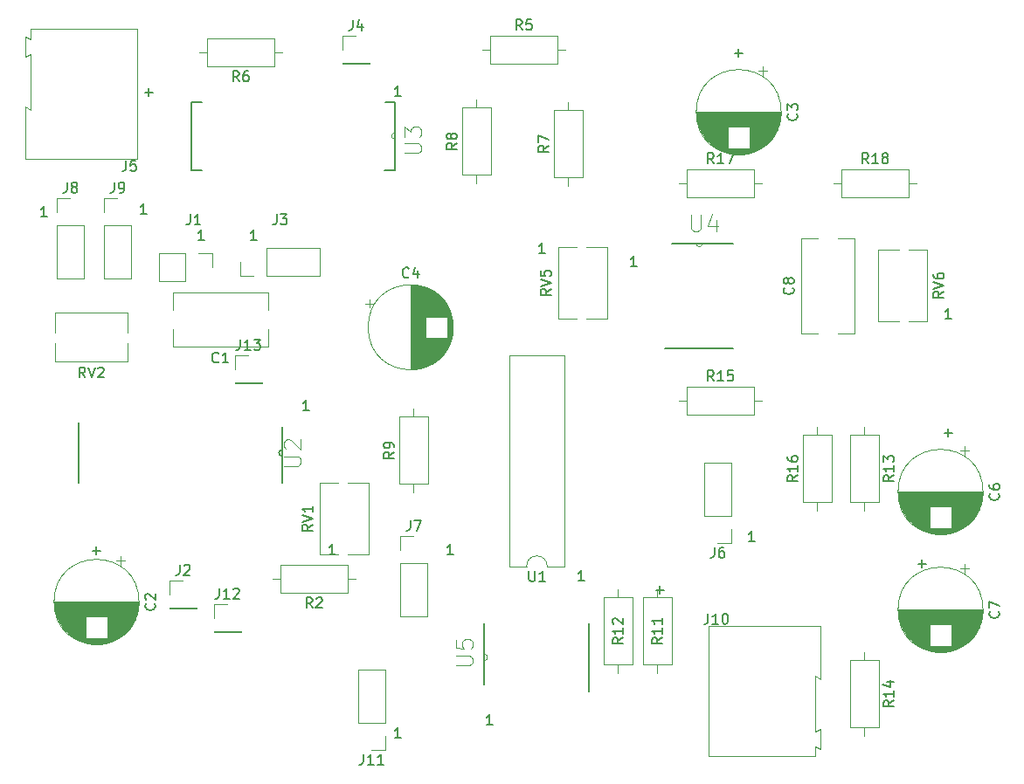
<source format=gbr>
G04 #@! TF.GenerationSoftware,KiCad,Pcbnew,(5.1.5)-3*
G04 #@! TF.CreationDate,2020-03-25T20:54:11+01:00*
G04 #@! TF.ProjectId,FunctiongeneratorMK3Frequency,46756e63-7469-46f6-9e67-656e65726174,rev?*
G04 #@! TF.SameCoordinates,Original*
G04 #@! TF.FileFunction,Legend,Top*
G04 #@! TF.FilePolarity,Positive*
%FSLAX46Y46*%
G04 Gerber Fmt 4.6, Leading zero omitted, Abs format (unit mm)*
G04 Created by KiCad (PCBNEW (5.1.5)-3) date 2020-03-25 20:54:11*
%MOMM*%
%LPD*%
G04 APERTURE LIST*
%ADD10C,0.150000*%
%ADD11C,0.120000*%
%ADD12C,0.100000*%
%ADD13C,0.152400*%
%ADD14C,0.015000*%
G04 APERTURE END LIST*
D10*
X186309047Y-114371428D02*
X187070952Y-114371428D01*
X186690000Y-114752380D02*
X186690000Y-113990476D01*
X214915714Y-88082380D02*
X214344285Y-88082380D01*
X214630000Y-88082380D02*
X214630000Y-87082380D01*
X214534761Y-87225238D01*
X214439523Y-87320476D01*
X214344285Y-87368095D01*
X175545714Y-81732380D02*
X174974285Y-81732380D01*
X175260000Y-81732380D02*
X175260000Y-80732380D01*
X175164761Y-80875238D01*
X175069523Y-80970476D01*
X174974285Y-81018095D01*
X184435714Y-83002380D02*
X183864285Y-83002380D01*
X184150000Y-83002380D02*
X184150000Y-82002380D01*
X184054761Y-82145238D01*
X183959523Y-82240476D01*
X183864285Y-82288095D01*
X195865714Y-109672380D02*
X195294285Y-109672380D01*
X195580000Y-109672380D02*
X195580000Y-108672380D01*
X195484761Y-108815238D01*
X195389523Y-108910476D01*
X195294285Y-108958095D01*
X214249047Y-99131428D02*
X215010952Y-99131428D01*
X214630000Y-99512380D02*
X214630000Y-98750476D01*
X211709047Y-111831428D02*
X212470952Y-111831428D01*
X212090000Y-112212380D02*
X212090000Y-111450476D01*
X161575714Y-128722380D02*
X161004285Y-128722380D01*
X161290000Y-128722380D02*
X161290000Y-127722380D01*
X161194761Y-127865238D01*
X161099523Y-127960476D01*
X161004285Y-128008095D01*
X170465714Y-127452380D02*
X169894285Y-127452380D01*
X170180000Y-127452380D02*
X170180000Y-126452380D01*
X170084761Y-126595238D01*
X169989523Y-126690476D01*
X169894285Y-126738095D01*
X179355714Y-113482380D02*
X178784285Y-113482380D01*
X179070000Y-113482380D02*
X179070000Y-112482380D01*
X178974761Y-112625238D01*
X178879523Y-112720476D01*
X178784285Y-112768095D01*
X166655714Y-110942380D02*
X166084285Y-110942380D01*
X166370000Y-110942380D02*
X166370000Y-109942380D01*
X166274761Y-110085238D01*
X166179523Y-110180476D01*
X166084285Y-110228095D01*
X155225714Y-110942380D02*
X154654285Y-110942380D01*
X154940000Y-110942380D02*
X154940000Y-109942380D01*
X154844761Y-110085238D01*
X154749523Y-110180476D01*
X154654285Y-110228095D01*
X131699047Y-110561428D02*
X132460952Y-110561428D01*
X132080000Y-110942380D02*
X132080000Y-110180476D01*
X152685714Y-96972380D02*
X152114285Y-96972380D01*
X152400000Y-96972380D02*
X152400000Y-95972380D01*
X152304761Y-96115238D01*
X152209523Y-96210476D01*
X152114285Y-96258095D01*
X147605714Y-80462380D02*
X147034285Y-80462380D01*
X147320000Y-80462380D02*
X147320000Y-79462380D01*
X147224761Y-79605238D01*
X147129523Y-79700476D01*
X147034285Y-79748095D01*
X142525714Y-80462380D02*
X141954285Y-80462380D01*
X142240000Y-80462380D02*
X142240000Y-79462380D01*
X142144761Y-79605238D01*
X142049523Y-79700476D01*
X141954285Y-79748095D01*
X136937714Y-77922380D02*
X136366285Y-77922380D01*
X136652000Y-77922380D02*
X136652000Y-76922380D01*
X136556761Y-77065238D01*
X136461523Y-77160476D01*
X136366285Y-77208095D01*
X127285714Y-78176380D02*
X126714285Y-78176380D01*
X127000000Y-78176380D02*
X127000000Y-77176380D01*
X126904761Y-77319238D01*
X126809523Y-77414476D01*
X126714285Y-77462095D01*
X136779047Y-66111428D02*
X137540952Y-66111428D01*
X137160000Y-66492380D02*
X137160000Y-65730476D01*
X193929047Y-62301428D02*
X194690952Y-62301428D01*
X194310000Y-62682380D02*
X194310000Y-61920476D01*
X161575714Y-66492380D02*
X161004285Y-66492380D01*
X161290000Y-66492380D02*
X161290000Y-65492380D01*
X161194761Y-65635238D01*
X161099523Y-65730476D01*
X161004285Y-65778095D01*
D11*
X128097000Y-89420000D02*
X128097000Y-87456000D01*
X128097000Y-92196000D02*
X128097000Y-90410000D01*
X135047000Y-89420000D02*
X135047000Y-87456000D01*
X135047000Y-92196000D02*
X135047000Y-90410000D01*
X135047000Y-87456000D02*
X128097000Y-87456000D01*
X135047000Y-92196000D02*
X128097000Y-92196000D01*
X145482000Y-91634000D02*
X146812000Y-91634000D01*
X145482000Y-92964000D02*
X145482000Y-91634000D01*
X145482000Y-94234000D02*
X148142000Y-94234000D01*
X148142000Y-94234000D02*
X148142000Y-94294000D01*
X145482000Y-94234000D02*
X145482000Y-94294000D01*
X145482000Y-94294000D02*
X148142000Y-94294000D01*
X143450000Y-115764000D02*
X144780000Y-115764000D01*
X143450000Y-117094000D02*
X143450000Y-115764000D01*
X143450000Y-118364000D02*
X146110000Y-118364000D01*
X146110000Y-118364000D02*
X146110000Y-118424000D01*
X143450000Y-118364000D02*
X143450000Y-118424000D01*
X143450000Y-118424000D02*
X146110000Y-118424000D01*
X139132000Y-113478000D02*
X140462000Y-113478000D01*
X139132000Y-114808000D02*
X139132000Y-113478000D01*
X139132000Y-116078000D02*
X141792000Y-116078000D01*
X141792000Y-116078000D02*
X141792000Y-116138000D01*
X139132000Y-116078000D02*
X139132000Y-116138000D01*
X139132000Y-116138000D02*
X141792000Y-116138000D01*
D12*
X169672000Y-120599200D02*
G75*
G02X169672000Y-121208800I0J-304800D01*
G01*
D13*
X169672000Y-121208800D02*
X169672000Y-123571000D01*
X169672000Y-120599200D02*
X169672000Y-121208800D01*
X169672000Y-117602000D02*
X169672000Y-120599200D01*
X179832000Y-124206000D02*
X179832000Y-117602000D01*
D12*
X190804800Y-80772000D02*
G75*
G02X190195200Y-80772000I-304800J0D01*
G01*
D13*
X190195200Y-80772000D02*
X187833000Y-80772000D01*
X190804800Y-80772000D02*
X190195200Y-80772000D01*
X193802000Y-80772000D02*
X190804800Y-80772000D01*
X187198000Y-90932000D02*
X193802000Y-90932000D01*
D12*
X160985200Y-70662800D02*
G75*
G02X160985200Y-70053200I0J304800D01*
G01*
D13*
X160985200Y-67056000D02*
X160070800Y-67056000D01*
X160985200Y-70053200D02*
X160985200Y-67056000D01*
X160985200Y-70662800D02*
X160985200Y-70053200D01*
X160985200Y-73660000D02*
X160985200Y-70662800D01*
X141274800Y-73660000D02*
X142290800Y-73660000D01*
X141274800Y-67056000D02*
X141274800Y-73660000D01*
X142290800Y-67056000D02*
X141274800Y-67056000D01*
X159969200Y-73660000D02*
X160985200Y-73660000D01*
X150063200Y-101396800D02*
G75*
G02X150063200Y-100787200I0J304800D01*
G01*
X150063200Y-100787200D02*
X150063200Y-98602800D01*
X150063200Y-101396800D02*
X150063200Y-100787200D01*
X150063200Y-104013000D02*
X150063200Y-101396800D01*
X130352800Y-98171000D02*
X130352800Y-104013000D01*
D11*
X172102000Y-112074000D02*
X173752000Y-112074000D01*
X172102000Y-91634000D02*
X172102000Y-112074000D01*
X177402000Y-91634000D02*
X172102000Y-91634000D01*
X177402000Y-112074000D02*
X177402000Y-91634000D01*
X175752000Y-112074000D02*
X177402000Y-112074000D01*
X173752000Y-112074000D02*
G75*
G02X175752000Y-112074000I1000000J0D01*
G01*
X209816000Y-88311000D02*
X207852000Y-88311000D01*
X212592000Y-88311000D02*
X210806000Y-88311000D01*
X209816000Y-81361000D02*
X207852000Y-81361000D01*
X212592000Y-81361000D02*
X210806000Y-81361000D01*
X207852000Y-81361000D02*
X207852000Y-88311000D01*
X212592000Y-81361000D02*
X212592000Y-88311000D01*
X179566000Y-81107000D02*
X181530000Y-81107000D01*
X176790000Y-81107000D02*
X178576000Y-81107000D01*
X179566000Y-88057000D02*
X181530000Y-88057000D01*
X176790000Y-88057000D02*
X178576000Y-88057000D01*
X181530000Y-88057000D02*
X181530000Y-81107000D01*
X176790000Y-88057000D02*
X176790000Y-81107000D01*
X156452000Y-103967000D02*
X158416000Y-103967000D01*
X153676000Y-103967000D02*
X155462000Y-103967000D01*
X156452000Y-110917000D02*
X158416000Y-110917000D01*
X153676000Y-110917000D02*
X155462000Y-110917000D01*
X158416000Y-110917000D02*
X158416000Y-103967000D01*
X153676000Y-110917000D02*
X153676000Y-103967000D01*
X211558000Y-74930000D02*
X210788000Y-74930000D01*
X203478000Y-74930000D02*
X204248000Y-74930000D01*
X210788000Y-73560000D02*
X204248000Y-73560000D01*
X210788000Y-76300000D02*
X210788000Y-73560000D01*
X204248000Y-76300000D02*
X210788000Y-76300000D01*
X204248000Y-73560000D02*
X204248000Y-76300000D01*
X196572000Y-74930000D02*
X195802000Y-74930000D01*
X188492000Y-74930000D02*
X189262000Y-74930000D01*
X195802000Y-73560000D02*
X189262000Y-73560000D01*
X195802000Y-76300000D02*
X195802000Y-73560000D01*
X189262000Y-76300000D02*
X195802000Y-76300000D01*
X189262000Y-73560000D02*
X189262000Y-76300000D01*
X201930000Y-98576000D02*
X201930000Y-99346000D01*
X201930000Y-106656000D02*
X201930000Y-105886000D01*
X200560000Y-99346000D02*
X200560000Y-105886000D01*
X203300000Y-99346000D02*
X200560000Y-99346000D01*
X203300000Y-105886000D02*
X203300000Y-99346000D01*
X200560000Y-105886000D02*
X203300000Y-105886000D01*
X196572000Y-96012000D02*
X195802000Y-96012000D01*
X188492000Y-96012000D02*
X189262000Y-96012000D01*
X195802000Y-94642000D02*
X189262000Y-94642000D01*
X195802000Y-97382000D02*
X195802000Y-94642000D01*
X189262000Y-97382000D02*
X195802000Y-97382000D01*
X189262000Y-94642000D02*
X189262000Y-97382000D01*
X206502000Y-128500000D02*
X206502000Y-127730000D01*
X206502000Y-120420000D02*
X206502000Y-121190000D01*
X207872000Y-127730000D02*
X207872000Y-121190000D01*
X205132000Y-127730000D02*
X207872000Y-127730000D01*
X205132000Y-121190000D02*
X205132000Y-127730000D01*
X207872000Y-121190000D02*
X205132000Y-121190000D01*
X206502000Y-106656000D02*
X206502000Y-105886000D01*
X206502000Y-98576000D02*
X206502000Y-99346000D01*
X207872000Y-105886000D02*
X207872000Y-99346000D01*
X205132000Y-105886000D02*
X207872000Y-105886000D01*
X205132000Y-99346000D02*
X205132000Y-105886000D01*
X207872000Y-99346000D02*
X205132000Y-99346000D01*
X182626000Y-114324000D02*
X182626000Y-115094000D01*
X182626000Y-122404000D02*
X182626000Y-121634000D01*
X181256000Y-115094000D02*
X181256000Y-121634000D01*
X183996000Y-115094000D02*
X181256000Y-115094000D01*
X183996000Y-121634000D02*
X183996000Y-115094000D01*
X181256000Y-121634000D02*
X183996000Y-121634000D01*
X186436000Y-114324000D02*
X186436000Y-115094000D01*
X186436000Y-122404000D02*
X186436000Y-121634000D01*
X185066000Y-115094000D02*
X185066000Y-121634000D01*
X187806000Y-115094000D02*
X185066000Y-115094000D01*
X187806000Y-121634000D02*
X187806000Y-115094000D01*
X185066000Y-121634000D02*
X187806000Y-121634000D01*
X162814000Y-96798000D02*
X162814000Y-97568000D01*
X162814000Y-104878000D02*
X162814000Y-104108000D01*
X161444000Y-97568000D02*
X161444000Y-104108000D01*
X164184000Y-97568000D02*
X161444000Y-97568000D01*
X164184000Y-104108000D02*
X164184000Y-97568000D01*
X161444000Y-104108000D02*
X164184000Y-104108000D01*
X168910000Y-66826000D02*
X168910000Y-67596000D01*
X168910000Y-74906000D02*
X168910000Y-74136000D01*
X167540000Y-67596000D02*
X167540000Y-74136000D01*
X170280000Y-67596000D02*
X167540000Y-67596000D01*
X170280000Y-74136000D02*
X170280000Y-67596000D01*
X167540000Y-74136000D02*
X170280000Y-74136000D01*
X177800000Y-67080000D02*
X177800000Y-67850000D01*
X177800000Y-75160000D02*
X177800000Y-74390000D01*
X176430000Y-67850000D02*
X176430000Y-74390000D01*
X179170000Y-67850000D02*
X176430000Y-67850000D01*
X179170000Y-74390000D02*
X179170000Y-67850000D01*
X176430000Y-74390000D02*
X179170000Y-74390000D01*
X142010000Y-62230000D02*
X142780000Y-62230000D01*
X150090000Y-62230000D02*
X149320000Y-62230000D01*
X142780000Y-63600000D02*
X149320000Y-63600000D01*
X142780000Y-60860000D02*
X142780000Y-63600000D01*
X149320000Y-60860000D02*
X142780000Y-60860000D01*
X149320000Y-63600000D02*
X149320000Y-60860000D01*
X177522000Y-61976000D02*
X176752000Y-61976000D01*
X169442000Y-61976000D02*
X170212000Y-61976000D01*
X176752000Y-60606000D02*
X170212000Y-60606000D01*
X176752000Y-63346000D02*
X176752000Y-60606000D01*
X170212000Y-63346000D02*
X176752000Y-63346000D01*
X170212000Y-60606000D02*
X170212000Y-63346000D01*
X149122000Y-113284000D02*
X149892000Y-113284000D01*
X157202000Y-113284000D02*
X156432000Y-113284000D01*
X149892000Y-114654000D02*
X156432000Y-114654000D01*
X149892000Y-111914000D02*
X149892000Y-114654000D01*
X156432000Y-111914000D02*
X149892000Y-111914000D01*
X156432000Y-114654000D02*
X156432000Y-111914000D01*
X160080000Y-129854000D02*
X158750000Y-129854000D01*
X160080000Y-128524000D02*
X160080000Y-129854000D01*
X160080000Y-127254000D02*
X157420000Y-127254000D01*
X157420000Y-127254000D02*
X157420000Y-122114000D01*
X160080000Y-127254000D02*
X160080000Y-122114000D01*
X160080000Y-122114000D02*
X157420000Y-122114000D01*
X202256000Y-117906000D02*
X191406000Y-117906000D01*
X202256000Y-123006000D02*
X202256000Y-117906000D01*
X201756000Y-122706000D02*
X202256000Y-123006000D01*
X201756000Y-128106000D02*
X201756000Y-122706000D01*
X202256000Y-127856000D02*
X201756000Y-128106000D01*
X202256000Y-127906000D02*
X202256000Y-127856000D01*
X202256000Y-129806000D02*
X202256000Y-127906000D01*
X201756000Y-129556000D02*
X202256000Y-129806000D01*
X201756000Y-130506000D02*
X201756000Y-129556000D01*
X191406000Y-130506000D02*
X201756000Y-130506000D01*
X191406000Y-117906000D02*
X191406000Y-130506000D01*
X132782000Y-76394000D02*
X134112000Y-76394000D01*
X132782000Y-77724000D02*
X132782000Y-76394000D01*
X132782000Y-78994000D02*
X135442000Y-78994000D01*
X135442000Y-78994000D02*
X135442000Y-84134000D01*
X132782000Y-78994000D02*
X132782000Y-84134000D01*
X132782000Y-84134000D02*
X135442000Y-84134000D01*
X128210000Y-76394000D02*
X129540000Y-76394000D01*
X128210000Y-77724000D02*
X128210000Y-76394000D01*
X128210000Y-78994000D02*
X130870000Y-78994000D01*
X130870000Y-78994000D02*
X130870000Y-84134000D01*
X128210000Y-78994000D02*
X128210000Y-84134000D01*
X128210000Y-84134000D02*
X130870000Y-84134000D01*
X161484000Y-109160000D02*
X162814000Y-109160000D01*
X161484000Y-110490000D02*
X161484000Y-109160000D01*
X161484000Y-111760000D02*
X164144000Y-111760000D01*
X164144000Y-111760000D02*
X164144000Y-116900000D01*
X161484000Y-111760000D02*
X161484000Y-116900000D01*
X161484000Y-116900000D02*
X164144000Y-116900000D01*
X193608000Y-109788000D02*
X192278000Y-109788000D01*
X193608000Y-108458000D02*
X193608000Y-109788000D01*
X193608000Y-107188000D02*
X190948000Y-107188000D01*
X190948000Y-107188000D02*
X190948000Y-102048000D01*
X193608000Y-107188000D02*
X193608000Y-102048000D01*
X193608000Y-102048000D02*
X190948000Y-102048000D01*
X125150000Y-72594000D02*
X136000000Y-72594000D01*
X125150000Y-67494000D02*
X125150000Y-72594000D01*
X125650000Y-67794000D02*
X125150000Y-67494000D01*
X125650000Y-62394000D02*
X125650000Y-67794000D01*
X125150000Y-62644000D02*
X125650000Y-62394000D01*
X125150000Y-62594000D02*
X125150000Y-62644000D01*
X125150000Y-60694000D02*
X125150000Y-62594000D01*
X125650000Y-60944000D02*
X125150000Y-60694000D01*
X125650000Y-59994000D02*
X125650000Y-60944000D01*
X136000000Y-59994000D02*
X125650000Y-59994000D01*
X136000000Y-72594000D02*
X136000000Y-59994000D01*
X155896000Y-60646000D02*
X157226000Y-60646000D01*
X155896000Y-61976000D02*
X155896000Y-60646000D01*
X155896000Y-63246000D02*
X158556000Y-63246000D01*
X158556000Y-63246000D02*
X158556000Y-63306000D01*
X155896000Y-63246000D02*
X155896000Y-63306000D01*
X155896000Y-63306000D02*
X158556000Y-63306000D01*
X145990000Y-83880000D02*
X145990000Y-82550000D01*
X147320000Y-83880000D02*
X145990000Y-83880000D01*
X148590000Y-83880000D02*
X148590000Y-81220000D01*
X148590000Y-81220000D02*
X153730000Y-81220000D01*
X148590000Y-83880000D02*
X153730000Y-83880000D01*
X153730000Y-83880000D02*
X153730000Y-81220000D01*
X143316000Y-81728000D02*
X143316000Y-83058000D01*
X141986000Y-81728000D02*
X143316000Y-81728000D01*
X140716000Y-81728000D02*
X140716000Y-84388000D01*
X140716000Y-84388000D02*
X138116000Y-84388000D01*
X140716000Y-81728000D02*
X138116000Y-81728000D01*
X138116000Y-81728000D02*
X138116000Y-84388000D01*
X203892000Y-80276000D02*
X205566000Y-80276000D01*
X200326000Y-80276000D02*
X202000000Y-80276000D01*
X203892000Y-89516000D02*
X205566000Y-89516000D01*
X200326000Y-89516000D02*
X202000000Y-89516000D01*
X205566000Y-89516000D02*
X205566000Y-80276000D01*
X200326000Y-89516000D02*
X200326000Y-80276000D01*
X216583000Y-112282302D02*
X215783000Y-112282302D01*
X216183000Y-111882302D02*
X216183000Y-112682302D01*
X214401000Y-120373000D02*
X213335000Y-120373000D01*
X214636000Y-120333000D02*
X213100000Y-120333000D01*
X214816000Y-120293000D02*
X212920000Y-120293000D01*
X214966000Y-120253000D02*
X212770000Y-120253000D01*
X215097000Y-120213000D02*
X212639000Y-120213000D01*
X215214000Y-120173000D02*
X212522000Y-120173000D01*
X215321000Y-120133000D02*
X212415000Y-120133000D01*
X215420000Y-120093000D02*
X212316000Y-120093000D01*
X215513000Y-120053000D02*
X212223000Y-120053000D01*
X215599000Y-120013000D02*
X212137000Y-120013000D01*
X215681000Y-119973000D02*
X212055000Y-119973000D01*
X215758000Y-119933000D02*
X211978000Y-119933000D01*
X215832000Y-119893000D02*
X211904000Y-119893000D01*
X215902000Y-119853000D02*
X211834000Y-119853000D01*
X212828000Y-119813000D02*
X211766000Y-119813000D01*
X215970000Y-119813000D02*
X214908000Y-119813000D01*
X212828000Y-119773000D02*
X211702000Y-119773000D01*
X216034000Y-119773000D02*
X214908000Y-119773000D01*
X212828000Y-119733000D02*
X211640000Y-119733000D01*
X216096000Y-119733000D02*
X214908000Y-119733000D01*
X212828000Y-119693000D02*
X211581000Y-119693000D01*
X216155000Y-119693000D02*
X214908000Y-119693000D01*
X212828000Y-119653000D02*
X211523000Y-119653000D01*
X216213000Y-119653000D02*
X214908000Y-119653000D01*
X212828000Y-119613000D02*
X211468000Y-119613000D01*
X216268000Y-119613000D02*
X214908000Y-119613000D01*
X212828000Y-119573000D02*
X211414000Y-119573000D01*
X216322000Y-119573000D02*
X214908000Y-119573000D01*
X212828000Y-119533000D02*
X211363000Y-119533000D01*
X216373000Y-119533000D02*
X214908000Y-119533000D01*
X212828000Y-119493000D02*
X211312000Y-119493000D01*
X216424000Y-119493000D02*
X214908000Y-119493000D01*
X212828000Y-119453000D02*
X211264000Y-119453000D01*
X216472000Y-119453000D02*
X214908000Y-119453000D01*
X212828000Y-119413000D02*
X211217000Y-119413000D01*
X216519000Y-119413000D02*
X214908000Y-119413000D01*
X212828000Y-119373000D02*
X211171000Y-119373000D01*
X216565000Y-119373000D02*
X214908000Y-119373000D01*
X212828000Y-119333000D02*
X211127000Y-119333000D01*
X216609000Y-119333000D02*
X214908000Y-119333000D01*
X212828000Y-119293000D02*
X211084000Y-119293000D01*
X216652000Y-119293000D02*
X214908000Y-119293000D01*
X212828000Y-119253000D02*
X211042000Y-119253000D01*
X216694000Y-119253000D02*
X214908000Y-119253000D01*
X212828000Y-119213000D02*
X211001000Y-119213000D01*
X216735000Y-119213000D02*
X214908000Y-119213000D01*
X212828000Y-119173000D02*
X210961000Y-119173000D01*
X216775000Y-119173000D02*
X214908000Y-119173000D01*
X212828000Y-119133000D02*
X210923000Y-119133000D01*
X216813000Y-119133000D02*
X214908000Y-119133000D01*
X212828000Y-119093000D02*
X210885000Y-119093000D01*
X216851000Y-119093000D02*
X214908000Y-119093000D01*
X212828000Y-119053000D02*
X210849000Y-119053000D01*
X216887000Y-119053000D02*
X214908000Y-119053000D01*
X212828000Y-119013000D02*
X210813000Y-119013000D01*
X216923000Y-119013000D02*
X214908000Y-119013000D01*
X212828000Y-118973000D02*
X210778000Y-118973000D01*
X216958000Y-118973000D02*
X214908000Y-118973000D01*
X212828000Y-118933000D02*
X210744000Y-118933000D01*
X216992000Y-118933000D02*
X214908000Y-118933000D01*
X212828000Y-118893000D02*
X210712000Y-118893000D01*
X217024000Y-118893000D02*
X214908000Y-118893000D01*
X212828000Y-118853000D02*
X210679000Y-118853000D01*
X217057000Y-118853000D02*
X214908000Y-118853000D01*
X212828000Y-118813000D02*
X210648000Y-118813000D01*
X217088000Y-118813000D02*
X214908000Y-118813000D01*
X212828000Y-118773000D02*
X210618000Y-118773000D01*
X217118000Y-118773000D02*
X214908000Y-118773000D01*
X212828000Y-118733000D02*
X210588000Y-118733000D01*
X217148000Y-118733000D02*
X214908000Y-118733000D01*
X212828000Y-118693000D02*
X210559000Y-118693000D01*
X217177000Y-118693000D02*
X214908000Y-118693000D01*
X212828000Y-118653000D02*
X210530000Y-118653000D01*
X217206000Y-118653000D02*
X214908000Y-118653000D01*
X212828000Y-118613000D02*
X210503000Y-118613000D01*
X217233000Y-118613000D02*
X214908000Y-118613000D01*
X212828000Y-118573000D02*
X210476000Y-118573000D01*
X217260000Y-118573000D02*
X214908000Y-118573000D01*
X212828000Y-118533000D02*
X210450000Y-118533000D01*
X217286000Y-118533000D02*
X214908000Y-118533000D01*
X212828000Y-118493000D02*
X210424000Y-118493000D01*
X217312000Y-118493000D02*
X214908000Y-118493000D01*
X212828000Y-118453000D02*
X210399000Y-118453000D01*
X217337000Y-118453000D02*
X214908000Y-118453000D01*
X212828000Y-118413000D02*
X210375000Y-118413000D01*
X217361000Y-118413000D02*
X214908000Y-118413000D01*
X212828000Y-118373000D02*
X210351000Y-118373000D01*
X217385000Y-118373000D02*
X214908000Y-118373000D01*
X212828000Y-118333000D02*
X210328000Y-118333000D01*
X217408000Y-118333000D02*
X214908000Y-118333000D01*
X212828000Y-118293000D02*
X210306000Y-118293000D01*
X217430000Y-118293000D02*
X214908000Y-118293000D01*
X212828000Y-118253000D02*
X210284000Y-118253000D01*
X217452000Y-118253000D02*
X214908000Y-118253000D01*
X212828000Y-118213000D02*
X210262000Y-118213000D01*
X217474000Y-118213000D02*
X214908000Y-118213000D01*
X212828000Y-118173000D02*
X210241000Y-118173000D01*
X217495000Y-118173000D02*
X214908000Y-118173000D01*
X212828000Y-118133000D02*
X210221000Y-118133000D01*
X217515000Y-118133000D02*
X214908000Y-118133000D01*
X212828000Y-118093000D02*
X210202000Y-118093000D01*
X217534000Y-118093000D02*
X214908000Y-118093000D01*
X212828000Y-118053000D02*
X210182000Y-118053000D01*
X217554000Y-118053000D02*
X214908000Y-118053000D01*
X212828000Y-118013000D02*
X210164000Y-118013000D01*
X217572000Y-118013000D02*
X214908000Y-118013000D01*
X212828000Y-117973000D02*
X210146000Y-117973000D01*
X217590000Y-117973000D02*
X214908000Y-117973000D01*
X212828000Y-117933000D02*
X210128000Y-117933000D01*
X217608000Y-117933000D02*
X214908000Y-117933000D01*
X212828000Y-117893000D02*
X210111000Y-117893000D01*
X217625000Y-117893000D02*
X214908000Y-117893000D01*
X212828000Y-117853000D02*
X210094000Y-117853000D01*
X217642000Y-117853000D02*
X214908000Y-117853000D01*
X212828000Y-117813000D02*
X210078000Y-117813000D01*
X217658000Y-117813000D02*
X214908000Y-117813000D01*
X212828000Y-117773000D02*
X210063000Y-117773000D01*
X217673000Y-117773000D02*
X214908000Y-117773000D01*
X217689000Y-117733000D02*
X210047000Y-117733000D01*
X217703000Y-117693000D02*
X210033000Y-117693000D01*
X217718000Y-117653000D02*
X210018000Y-117653000D01*
X217731000Y-117613000D02*
X210005000Y-117613000D01*
X217745000Y-117573000D02*
X209991000Y-117573000D01*
X217757000Y-117533000D02*
X209979000Y-117533000D01*
X217770000Y-117493000D02*
X209966000Y-117493000D01*
X217782000Y-117453000D02*
X209954000Y-117453000D01*
X217793000Y-117413000D02*
X209943000Y-117413000D01*
X217804000Y-117373000D02*
X209932000Y-117373000D01*
X217815000Y-117333000D02*
X209921000Y-117333000D01*
X217825000Y-117293000D02*
X209911000Y-117293000D01*
X217835000Y-117253000D02*
X209901000Y-117253000D01*
X217844000Y-117213000D02*
X209892000Y-117213000D01*
X217853000Y-117173000D02*
X209883000Y-117173000D01*
X217862000Y-117133000D02*
X209874000Y-117133000D01*
X217870000Y-117093000D02*
X209866000Y-117093000D01*
X217878000Y-117053000D02*
X209858000Y-117053000D01*
X217885000Y-117013000D02*
X209851000Y-117013000D01*
X217892000Y-116972000D02*
X209844000Y-116972000D01*
X217898000Y-116932000D02*
X209838000Y-116932000D01*
X217905000Y-116892000D02*
X209831000Y-116892000D01*
X217910000Y-116852000D02*
X209826000Y-116852000D01*
X217916000Y-116812000D02*
X209820000Y-116812000D01*
X217920000Y-116772000D02*
X209816000Y-116772000D01*
X217925000Y-116732000D02*
X209811000Y-116732000D01*
X217929000Y-116692000D02*
X209807000Y-116692000D01*
X217933000Y-116652000D02*
X209803000Y-116652000D01*
X217936000Y-116612000D02*
X209800000Y-116612000D01*
X217939000Y-116572000D02*
X209797000Y-116572000D01*
X217942000Y-116532000D02*
X209794000Y-116532000D01*
X217944000Y-116492000D02*
X209792000Y-116492000D01*
X217945000Y-116452000D02*
X209791000Y-116452000D01*
X217947000Y-116412000D02*
X209789000Y-116412000D01*
X217948000Y-116372000D02*
X209788000Y-116372000D01*
X217948000Y-116332000D02*
X209788000Y-116332000D01*
X217948000Y-116292000D02*
X209788000Y-116292000D01*
X217988000Y-116292000D02*
G75*
G03X217988000Y-116292000I-4120000J0D01*
G01*
X216583000Y-100852302D02*
X215783000Y-100852302D01*
X216183000Y-100452302D02*
X216183000Y-101252302D01*
X214401000Y-108943000D02*
X213335000Y-108943000D01*
X214636000Y-108903000D02*
X213100000Y-108903000D01*
X214816000Y-108863000D02*
X212920000Y-108863000D01*
X214966000Y-108823000D02*
X212770000Y-108823000D01*
X215097000Y-108783000D02*
X212639000Y-108783000D01*
X215214000Y-108743000D02*
X212522000Y-108743000D01*
X215321000Y-108703000D02*
X212415000Y-108703000D01*
X215420000Y-108663000D02*
X212316000Y-108663000D01*
X215513000Y-108623000D02*
X212223000Y-108623000D01*
X215599000Y-108583000D02*
X212137000Y-108583000D01*
X215681000Y-108543000D02*
X212055000Y-108543000D01*
X215758000Y-108503000D02*
X211978000Y-108503000D01*
X215832000Y-108463000D02*
X211904000Y-108463000D01*
X215902000Y-108423000D02*
X211834000Y-108423000D01*
X212828000Y-108383000D02*
X211766000Y-108383000D01*
X215970000Y-108383000D02*
X214908000Y-108383000D01*
X212828000Y-108343000D02*
X211702000Y-108343000D01*
X216034000Y-108343000D02*
X214908000Y-108343000D01*
X212828000Y-108303000D02*
X211640000Y-108303000D01*
X216096000Y-108303000D02*
X214908000Y-108303000D01*
X212828000Y-108263000D02*
X211581000Y-108263000D01*
X216155000Y-108263000D02*
X214908000Y-108263000D01*
X212828000Y-108223000D02*
X211523000Y-108223000D01*
X216213000Y-108223000D02*
X214908000Y-108223000D01*
X212828000Y-108183000D02*
X211468000Y-108183000D01*
X216268000Y-108183000D02*
X214908000Y-108183000D01*
X212828000Y-108143000D02*
X211414000Y-108143000D01*
X216322000Y-108143000D02*
X214908000Y-108143000D01*
X212828000Y-108103000D02*
X211363000Y-108103000D01*
X216373000Y-108103000D02*
X214908000Y-108103000D01*
X212828000Y-108063000D02*
X211312000Y-108063000D01*
X216424000Y-108063000D02*
X214908000Y-108063000D01*
X212828000Y-108023000D02*
X211264000Y-108023000D01*
X216472000Y-108023000D02*
X214908000Y-108023000D01*
X212828000Y-107983000D02*
X211217000Y-107983000D01*
X216519000Y-107983000D02*
X214908000Y-107983000D01*
X212828000Y-107943000D02*
X211171000Y-107943000D01*
X216565000Y-107943000D02*
X214908000Y-107943000D01*
X212828000Y-107903000D02*
X211127000Y-107903000D01*
X216609000Y-107903000D02*
X214908000Y-107903000D01*
X212828000Y-107863000D02*
X211084000Y-107863000D01*
X216652000Y-107863000D02*
X214908000Y-107863000D01*
X212828000Y-107823000D02*
X211042000Y-107823000D01*
X216694000Y-107823000D02*
X214908000Y-107823000D01*
X212828000Y-107783000D02*
X211001000Y-107783000D01*
X216735000Y-107783000D02*
X214908000Y-107783000D01*
X212828000Y-107743000D02*
X210961000Y-107743000D01*
X216775000Y-107743000D02*
X214908000Y-107743000D01*
X212828000Y-107703000D02*
X210923000Y-107703000D01*
X216813000Y-107703000D02*
X214908000Y-107703000D01*
X212828000Y-107663000D02*
X210885000Y-107663000D01*
X216851000Y-107663000D02*
X214908000Y-107663000D01*
X212828000Y-107623000D02*
X210849000Y-107623000D01*
X216887000Y-107623000D02*
X214908000Y-107623000D01*
X212828000Y-107583000D02*
X210813000Y-107583000D01*
X216923000Y-107583000D02*
X214908000Y-107583000D01*
X212828000Y-107543000D02*
X210778000Y-107543000D01*
X216958000Y-107543000D02*
X214908000Y-107543000D01*
X212828000Y-107503000D02*
X210744000Y-107503000D01*
X216992000Y-107503000D02*
X214908000Y-107503000D01*
X212828000Y-107463000D02*
X210712000Y-107463000D01*
X217024000Y-107463000D02*
X214908000Y-107463000D01*
X212828000Y-107423000D02*
X210679000Y-107423000D01*
X217057000Y-107423000D02*
X214908000Y-107423000D01*
X212828000Y-107383000D02*
X210648000Y-107383000D01*
X217088000Y-107383000D02*
X214908000Y-107383000D01*
X212828000Y-107343000D02*
X210618000Y-107343000D01*
X217118000Y-107343000D02*
X214908000Y-107343000D01*
X212828000Y-107303000D02*
X210588000Y-107303000D01*
X217148000Y-107303000D02*
X214908000Y-107303000D01*
X212828000Y-107263000D02*
X210559000Y-107263000D01*
X217177000Y-107263000D02*
X214908000Y-107263000D01*
X212828000Y-107223000D02*
X210530000Y-107223000D01*
X217206000Y-107223000D02*
X214908000Y-107223000D01*
X212828000Y-107183000D02*
X210503000Y-107183000D01*
X217233000Y-107183000D02*
X214908000Y-107183000D01*
X212828000Y-107143000D02*
X210476000Y-107143000D01*
X217260000Y-107143000D02*
X214908000Y-107143000D01*
X212828000Y-107103000D02*
X210450000Y-107103000D01*
X217286000Y-107103000D02*
X214908000Y-107103000D01*
X212828000Y-107063000D02*
X210424000Y-107063000D01*
X217312000Y-107063000D02*
X214908000Y-107063000D01*
X212828000Y-107023000D02*
X210399000Y-107023000D01*
X217337000Y-107023000D02*
X214908000Y-107023000D01*
X212828000Y-106983000D02*
X210375000Y-106983000D01*
X217361000Y-106983000D02*
X214908000Y-106983000D01*
X212828000Y-106943000D02*
X210351000Y-106943000D01*
X217385000Y-106943000D02*
X214908000Y-106943000D01*
X212828000Y-106903000D02*
X210328000Y-106903000D01*
X217408000Y-106903000D02*
X214908000Y-106903000D01*
X212828000Y-106863000D02*
X210306000Y-106863000D01*
X217430000Y-106863000D02*
X214908000Y-106863000D01*
X212828000Y-106823000D02*
X210284000Y-106823000D01*
X217452000Y-106823000D02*
X214908000Y-106823000D01*
X212828000Y-106783000D02*
X210262000Y-106783000D01*
X217474000Y-106783000D02*
X214908000Y-106783000D01*
X212828000Y-106743000D02*
X210241000Y-106743000D01*
X217495000Y-106743000D02*
X214908000Y-106743000D01*
X212828000Y-106703000D02*
X210221000Y-106703000D01*
X217515000Y-106703000D02*
X214908000Y-106703000D01*
X212828000Y-106663000D02*
X210202000Y-106663000D01*
X217534000Y-106663000D02*
X214908000Y-106663000D01*
X212828000Y-106623000D02*
X210182000Y-106623000D01*
X217554000Y-106623000D02*
X214908000Y-106623000D01*
X212828000Y-106583000D02*
X210164000Y-106583000D01*
X217572000Y-106583000D02*
X214908000Y-106583000D01*
X212828000Y-106543000D02*
X210146000Y-106543000D01*
X217590000Y-106543000D02*
X214908000Y-106543000D01*
X212828000Y-106503000D02*
X210128000Y-106503000D01*
X217608000Y-106503000D02*
X214908000Y-106503000D01*
X212828000Y-106463000D02*
X210111000Y-106463000D01*
X217625000Y-106463000D02*
X214908000Y-106463000D01*
X212828000Y-106423000D02*
X210094000Y-106423000D01*
X217642000Y-106423000D02*
X214908000Y-106423000D01*
X212828000Y-106383000D02*
X210078000Y-106383000D01*
X217658000Y-106383000D02*
X214908000Y-106383000D01*
X212828000Y-106343000D02*
X210063000Y-106343000D01*
X217673000Y-106343000D02*
X214908000Y-106343000D01*
X217689000Y-106303000D02*
X210047000Y-106303000D01*
X217703000Y-106263000D02*
X210033000Y-106263000D01*
X217718000Y-106223000D02*
X210018000Y-106223000D01*
X217731000Y-106183000D02*
X210005000Y-106183000D01*
X217745000Y-106143000D02*
X209991000Y-106143000D01*
X217757000Y-106103000D02*
X209979000Y-106103000D01*
X217770000Y-106063000D02*
X209966000Y-106063000D01*
X217782000Y-106023000D02*
X209954000Y-106023000D01*
X217793000Y-105983000D02*
X209943000Y-105983000D01*
X217804000Y-105943000D02*
X209932000Y-105943000D01*
X217815000Y-105903000D02*
X209921000Y-105903000D01*
X217825000Y-105863000D02*
X209911000Y-105863000D01*
X217835000Y-105823000D02*
X209901000Y-105823000D01*
X217844000Y-105783000D02*
X209892000Y-105783000D01*
X217853000Y-105743000D02*
X209883000Y-105743000D01*
X217862000Y-105703000D02*
X209874000Y-105703000D01*
X217870000Y-105663000D02*
X209866000Y-105663000D01*
X217878000Y-105623000D02*
X209858000Y-105623000D01*
X217885000Y-105583000D02*
X209851000Y-105583000D01*
X217892000Y-105542000D02*
X209844000Y-105542000D01*
X217898000Y-105502000D02*
X209838000Y-105502000D01*
X217905000Y-105462000D02*
X209831000Y-105462000D01*
X217910000Y-105422000D02*
X209826000Y-105422000D01*
X217916000Y-105382000D02*
X209820000Y-105382000D01*
X217920000Y-105342000D02*
X209816000Y-105342000D01*
X217925000Y-105302000D02*
X209811000Y-105302000D01*
X217929000Y-105262000D02*
X209807000Y-105262000D01*
X217933000Y-105222000D02*
X209803000Y-105222000D01*
X217936000Y-105182000D02*
X209800000Y-105182000D01*
X217939000Y-105142000D02*
X209797000Y-105142000D01*
X217942000Y-105102000D02*
X209794000Y-105102000D01*
X217944000Y-105062000D02*
X209792000Y-105062000D01*
X217945000Y-105022000D02*
X209791000Y-105022000D01*
X217947000Y-104982000D02*
X209789000Y-104982000D01*
X217948000Y-104942000D02*
X209788000Y-104942000D01*
X217948000Y-104902000D02*
X209788000Y-104902000D01*
X217948000Y-104862000D02*
X209788000Y-104862000D01*
X217988000Y-104862000D02*
G75*
G03X217988000Y-104862000I-4120000J0D01*
G01*
X158510302Y-86185000D02*
X158510302Y-86985000D01*
X158110302Y-86585000D02*
X158910302Y-86585000D01*
X166601000Y-88367000D02*
X166601000Y-89433000D01*
X166561000Y-88132000D02*
X166561000Y-89668000D01*
X166521000Y-87952000D02*
X166521000Y-89848000D01*
X166481000Y-87802000D02*
X166481000Y-89998000D01*
X166441000Y-87671000D02*
X166441000Y-90129000D01*
X166401000Y-87554000D02*
X166401000Y-90246000D01*
X166361000Y-87447000D02*
X166361000Y-90353000D01*
X166321000Y-87348000D02*
X166321000Y-90452000D01*
X166281000Y-87255000D02*
X166281000Y-90545000D01*
X166241000Y-87169000D02*
X166241000Y-90631000D01*
X166201000Y-87087000D02*
X166201000Y-90713000D01*
X166161000Y-87010000D02*
X166161000Y-90790000D01*
X166121000Y-86936000D02*
X166121000Y-90864000D01*
X166081000Y-86866000D02*
X166081000Y-90934000D01*
X166041000Y-89940000D02*
X166041000Y-91002000D01*
X166041000Y-86798000D02*
X166041000Y-87860000D01*
X166001000Y-89940000D02*
X166001000Y-91066000D01*
X166001000Y-86734000D02*
X166001000Y-87860000D01*
X165961000Y-89940000D02*
X165961000Y-91128000D01*
X165961000Y-86672000D02*
X165961000Y-87860000D01*
X165921000Y-89940000D02*
X165921000Y-91187000D01*
X165921000Y-86613000D02*
X165921000Y-87860000D01*
X165881000Y-89940000D02*
X165881000Y-91245000D01*
X165881000Y-86555000D02*
X165881000Y-87860000D01*
X165841000Y-89940000D02*
X165841000Y-91300000D01*
X165841000Y-86500000D02*
X165841000Y-87860000D01*
X165801000Y-89940000D02*
X165801000Y-91354000D01*
X165801000Y-86446000D02*
X165801000Y-87860000D01*
X165761000Y-89940000D02*
X165761000Y-91405000D01*
X165761000Y-86395000D02*
X165761000Y-87860000D01*
X165721000Y-89940000D02*
X165721000Y-91456000D01*
X165721000Y-86344000D02*
X165721000Y-87860000D01*
X165681000Y-89940000D02*
X165681000Y-91504000D01*
X165681000Y-86296000D02*
X165681000Y-87860000D01*
X165641000Y-89940000D02*
X165641000Y-91551000D01*
X165641000Y-86249000D02*
X165641000Y-87860000D01*
X165601000Y-89940000D02*
X165601000Y-91597000D01*
X165601000Y-86203000D02*
X165601000Y-87860000D01*
X165561000Y-89940000D02*
X165561000Y-91641000D01*
X165561000Y-86159000D02*
X165561000Y-87860000D01*
X165521000Y-89940000D02*
X165521000Y-91684000D01*
X165521000Y-86116000D02*
X165521000Y-87860000D01*
X165481000Y-89940000D02*
X165481000Y-91726000D01*
X165481000Y-86074000D02*
X165481000Y-87860000D01*
X165441000Y-89940000D02*
X165441000Y-91767000D01*
X165441000Y-86033000D02*
X165441000Y-87860000D01*
X165401000Y-89940000D02*
X165401000Y-91807000D01*
X165401000Y-85993000D02*
X165401000Y-87860000D01*
X165361000Y-89940000D02*
X165361000Y-91845000D01*
X165361000Y-85955000D02*
X165361000Y-87860000D01*
X165321000Y-89940000D02*
X165321000Y-91883000D01*
X165321000Y-85917000D02*
X165321000Y-87860000D01*
X165281000Y-89940000D02*
X165281000Y-91919000D01*
X165281000Y-85881000D02*
X165281000Y-87860000D01*
X165241000Y-89940000D02*
X165241000Y-91955000D01*
X165241000Y-85845000D02*
X165241000Y-87860000D01*
X165201000Y-89940000D02*
X165201000Y-91990000D01*
X165201000Y-85810000D02*
X165201000Y-87860000D01*
X165161000Y-89940000D02*
X165161000Y-92024000D01*
X165161000Y-85776000D02*
X165161000Y-87860000D01*
X165121000Y-89940000D02*
X165121000Y-92056000D01*
X165121000Y-85744000D02*
X165121000Y-87860000D01*
X165081000Y-89940000D02*
X165081000Y-92089000D01*
X165081000Y-85711000D02*
X165081000Y-87860000D01*
X165041000Y-89940000D02*
X165041000Y-92120000D01*
X165041000Y-85680000D02*
X165041000Y-87860000D01*
X165001000Y-89940000D02*
X165001000Y-92150000D01*
X165001000Y-85650000D02*
X165001000Y-87860000D01*
X164961000Y-89940000D02*
X164961000Y-92180000D01*
X164961000Y-85620000D02*
X164961000Y-87860000D01*
X164921000Y-89940000D02*
X164921000Y-92209000D01*
X164921000Y-85591000D02*
X164921000Y-87860000D01*
X164881000Y-89940000D02*
X164881000Y-92238000D01*
X164881000Y-85562000D02*
X164881000Y-87860000D01*
X164841000Y-89940000D02*
X164841000Y-92265000D01*
X164841000Y-85535000D02*
X164841000Y-87860000D01*
X164801000Y-89940000D02*
X164801000Y-92292000D01*
X164801000Y-85508000D02*
X164801000Y-87860000D01*
X164761000Y-89940000D02*
X164761000Y-92318000D01*
X164761000Y-85482000D02*
X164761000Y-87860000D01*
X164721000Y-89940000D02*
X164721000Y-92344000D01*
X164721000Y-85456000D02*
X164721000Y-87860000D01*
X164681000Y-89940000D02*
X164681000Y-92369000D01*
X164681000Y-85431000D02*
X164681000Y-87860000D01*
X164641000Y-89940000D02*
X164641000Y-92393000D01*
X164641000Y-85407000D02*
X164641000Y-87860000D01*
X164601000Y-89940000D02*
X164601000Y-92417000D01*
X164601000Y-85383000D02*
X164601000Y-87860000D01*
X164561000Y-89940000D02*
X164561000Y-92440000D01*
X164561000Y-85360000D02*
X164561000Y-87860000D01*
X164521000Y-89940000D02*
X164521000Y-92462000D01*
X164521000Y-85338000D02*
X164521000Y-87860000D01*
X164481000Y-89940000D02*
X164481000Y-92484000D01*
X164481000Y-85316000D02*
X164481000Y-87860000D01*
X164441000Y-89940000D02*
X164441000Y-92506000D01*
X164441000Y-85294000D02*
X164441000Y-87860000D01*
X164401000Y-89940000D02*
X164401000Y-92527000D01*
X164401000Y-85273000D02*
X164401000Y-87860000D01*
X164361000Y-89940000D02*
X164361000Y-92547000D01*
X164361000Y-85253000D02*
X164361000Y-87860000D01*
X164321000Y-89940000D02*
X164321000Y-92566000D01*
X164321000Y-85234000D02*
X164321000Y-87860000D01*
X164281000Y-89940000D02*
X164281000Y-92586000D01*
X164281000Y-85214000D02*
X164281000Y-87860000D01*
X164241000Y-89940000D02*
X164241000Y-92604000D01*
X164241000Y-85196000D02*
X164241000Y-87860000D01*
X164201000Y-89940000D02*
X164201000Y-92622000D01*
X164201000Y-85178000D02*
X164201000Y-87860000D01*
X164161000Y-89940000D02*
X164161000Y-92640000D01*
X164161000Y-85160000D02*
X164161000Y-87860000D01*
X164121000Y-89940000D02*
X164121000Y-92657000D01*
X164121000Y-85143000D02*
X164121000Y-87860000D01*
X164081000Y-89940000D02*
X164081000Y-92674000D01*
X164081000Y-85126000D02*
X164081000Y-87860000D01*
X164041000Y-89940000D02*
X164041000Y-92690000D01*
X164041000Y-85110000D02*
X164041000Y-87860000D01*
X164001000Y-89940000D02*
X164001000Y-92705000D01*
X164001000Y-85095000D02*
X164001000Y-87860000D01*
X163961000Y-85079000D02*
X163961000Y-92721000D01*
X163921000Y-85065000D02*
X163921000Y-92735000D01*
X163881000Y-85050000D02*
X163881000Y-92750000D01*
X163841000Y-85037000D02*
X163841000Y-92763000D01*
X163801000Y-85023000D02*
X163801000Y-92777000D01*
X163761000Y-85011000D02*
X163761000Y-92789000D01*
X163721000Y-84998000D02*
X163721000Y-92802000D01*
X163681000Y-84986000D02*
X163681000Y-92814000D01*
X163641000Y-84975000D02*
X163641000Y-92825000D01*
X163601000Y-84964000D02*
X163601000Y-92836000D01*
X163561000Y-84953000D02*
X163561000Y-92847000D01*
X163521000Y-84943000D02*
X163521000Y-92857000D01*
X163481000Y-84933000D02*
X163481000Y-92867000D01*
X163441000Y-84924000D02*
X163441000Y-92876000D01*
X163401000Y-84915000D02*
X163401000Y-92885000D01*
X163361000Y-84906000D02*
X163361000Y-92894000D01*
X163321000Y-84898000D02*
X163321000Y-92902000D01*
X163281000Y-84890000D02*
X163281000Y-92910000D01*
X163241000Y-84883000D02*
X163241000Y-92917000D01*
X163200000Y-84876000D02*
X163200000Y-92924000D01*
X163160000Y-84870000D02*
X163160000Y-92930000D01*
X163120000Y-84863000D02*
X163120000Y-92937000D01*
X163080000Y-84858000D02*
X163080000Y-92942000D01*
X163040000Y-84852000D02*
X163040000Y-92948000D01*
X163000000Y-84848000D02*
X163000000Y-92952000D01*
X162960000Y-84843000D02*
X162960000Y-92957000D01*
X162920000Y-84839000D02*
X162920000Y-92961000D01*
X162880000Y-84835000D02*
X162880000Y-92965000D01*
X162840000Y-84832000D02*
X162840000Y-92968000D01*
X162800000Y-84829000D02*
X162800000Y-92971000D01*
X162760000Y-84826000D02*
X162760000Y-92974000D01*
X162720000Y-84824000D02*
X162720000Y-92976000D01*
X162680000Y-84823000D02*
X162680000Y-92977000D01*
X162640000Y-84821000D02*
X162640000Y-92979000D01*
X162600000Y-84820000D02*
X162600000Y-92980000D01*
X162560000Y-84820000D02*
X162560000Y-92980000D01*
X162520000Y-84820000D02*
X162520000Y-92980000D01*
X166640000Y-88900000D02*
G75*
G03X166640000Y-88900000I-4120000J0D01*
G01*
X197025000Y-64022302D02*
X196225000Y-64022302D01*
X196625000Y-63622302D02*
X196625000Y-64422302D01*
X194843000Y-72113000D02*
X193777000Y-72113000D01*
X195078000Y-72073000D02*
X193542000Y-72073000D01*
X195258000Y-72033000D02*
X193362000Y-72033000D01*
X195408000Y-71993000D02*
X193212000Y-71993000D01*
X195539000Y-71953000D02*
X193081000Y-71953000D01*
X195656000Y-71913000D02*
X192964000Y-71913000D01*
X195763000Y-71873000D02*
X192857000Y-71873000D01*
X195862000Y-71833000D02*
X192758000Y-71833000D01*
X195955000Y-71793000D02*
X192665000Y-71793000D01*
X196041000Y-71753000D02*
X192579000Y-71753000D01*
X196123000Y-71713000D02*
X192497000Y-71713000D01*
X196200000Y-71673000D02*
X192420000Y-71673000D01*
X196274000Y-71633000D02*
X192346000Y-71633000D01*
X196344000Y-71593000D02*
X192276000Y-71593000D01*
X193270000Y-71553000D02*
X192208000Y-71553000D01*
X196412000Y-71553000D02*
X195350000Y-71553000D01*
X193270000Y-71513000D02*
X192144000Y-71513000D01*
X196476000Y-71513000D02*
X195350000Y-71513000D01*
X193270000Y-71473000D02*
X192082000Y-71473000D01*
X196538000Y-71473000D02*
X195350000Y-71473000D01*
X193270000Y-71433000D02*
X192023000Y-71433000D01*
X196597000Y-71433000D02*
X195350000Y-71433000D01*
X193270000Y-71393000D02*
X191965000Y-71393000D01*
X196655000Y-71393000D02*
X195350000Y-71393000D01*
X193270000Y-71353000D02*
X191910000Y-71353000D01*
X196710000Y-71353000D02*
X195350000Y-71353000D01*
X193270000Y-71313000D02*
X191856000Y-71313000D01*
X196764000Y-71313000D02*
X195350000Y-71313000D01*
X193270000Y-71273000D02*
X191805000Y-71273000D01*
X196815000Y-71273000D02*
X195350000Y-71273000D01*
X193270000Y-71233000D02*
X191754000Y-71233000D01*
X196866000Y-71233000D02*
X195350000Y-71233000D01*
X193270000Y-71193000D02*
X191706000Y-71193000D01*
X196914000Y-71193000D02*
X195350000Y-71193000D01*
X193270000Y-71153000D02*
X191659000Y-71153000D01*
X196961000Y-71153000D02*
X195350000Y-71153000D01*
X193270000Y-71113000D02*
X191613000Y-71113000D01*
X197007000Y-71113000D02*
X195350000Y-71113000D01*
X193270000Y-71073000D02*
X191569000Y-71073000D01*
X197051000Y-71073000D02*
X195350000Y-71073000D01*
X193270000Y-71033000D02*
X191526000Y-71033000D01*
X197094000Y-71033000D02*
X195350000Y-71033000D01*
X193270000Y-70993000D02*
X191484000Y-70993000D01*
X197136000Y-70993000D02*
X195350000Y-70993000D01*
X193270000Y-70953000D02*
X191443000Y-70953000D01*
X197177000Y-70953000D02*
X195350000Y-70953000D01*
X193270000Y-70913000D02*
X191403000Y-70913000D01*
X197217000Y-70913000D02*
X195350000Y-70913000D01*
X193270000Y-70873000D02*
X191365000Y-70873000D01*
X197255000Y-70873000D02*
X195350000Y-70873000D01*
X193270000Y-70833000D02*
X191327000Y-70833000D01*
X197293000Y-70833000D02*
X195350000Y-70833000D01*
X193270000Y-70793000D02*
X191291000Y-70793000D01*
X197329000Y-70793000D02*
X195350000Y-70793000D01*
X193270000Y-70753000D02*
X191255000Y-70753000D01*
X197365000Y-70753000D02*
X195350000Y-70753000D01*
X193270000Y-70713000D02*
X191220000Y-70713000D01*
X197400000Y-70713000D02*
X195350000Y-70713000D01*
X193270000Y-70673000D02*
X191186000Y-70673000D01*
X197434000Y-70673000D02*
X195350000Y-70673000D01*
X193270000Y-70633000D02*
X191154000Y-70633000D01*
X197466000Y-70633000D02*
X195350000Y-70633000D01*
X193270000Y-70593000D02*
X191121000Y-70593000D01*
X197499000Y-70593000D02*
X195350000Y-70593000D01*
X193270000Y-70553000D02*
X191090000Y-70553000D01*
X197530000Y-70553000D02*
X195350000Y-70553000D01*
X193270000Y-70513000D02*
X191060000Y-70513000D01*
X197560000Y-70513000D02*
X195350000Y-70513000D01*
X193270000Y-70473000D02*
X191030000Y-70473000D01*
X197590000Y-70473000D02*
X195350000Y-70473000D01*
X193270000Y-70433000D02*
X191001000Y-70433000D01*
X197619000Y-70433000D02*
X195350000Y-70433000D01*
X193270000Y-70393000D02*
X190972000Y-70393000D01*
X197648000Y-70393000D02*
X195350000Y-70393000D01*
X193270000Y-70353000D02*
X190945000Y-70353000D01*
X197675000Y-70353000D02*
X195350000Y-70353000D01*
X193270000Y-70313000D02*
X190918000Y-70313000D01*
X197702000Y-70313000D02*
X195350000Y-70313000D01*
X193270000Y-70273000D02*
X190892000Y-70273000D01*
X197728000Y-70273000D02*
X195350000Y-70273000D01*
X193270000Y-70233000D02*
X190866000Y-70233000D01*
X197754000Y-70233000D02*
X195350000Y-70233000D01*
X193270000Y-70193000D02*
X190841000Y-70193000D01*
X197779000Y-70193000D02*
X195350000Y-70193000D01*
X193270000Y-70153000D02*
X190817000Y-70153000D01*
X197803000Y-70153000D02*
X195350000Y-70153000D01*
X193270000Y-70113000D02*
X190793000Y-70113000D01*
X197827000Y-70113000D02*
X195350000Y-70113000D01*
X193270000Y-70073000D02*
X190770000Y-70073000D01*
X197850000Y-70073000D02*
X195350000Y-70073000D01*
X193270000Y-70033000D02*
X190748000Y-70033000D01*
X197872000Y-70033000D02*
X195350000Y-70033000D01*
X193270000Y-69993000D02*
X190726000Y-69993000D01*
X197894000Y-69993000D02*
X195350000Y-69993000D01*
X193270000Y-69953000D02*
X190704000Y-69953000D01*
X197916000Y-69953000D02*
X195350000Y-69953000D01*
X193270000Y-69913000D02*
X190683000Y-69913000D01*
X197937000Y-69913000D02*
X195350000Y-69913000D01*
X193270000Y-69873000D02*
X190663000Y-69873000D01*
X197957000Y-69873000D02*
X195350000Y-69873000D01*
X193270000Y-69833000D02*
X190644000Y-69833000D01*
X197976000Y-69833000D02*
X195350000Y-69833000D01*
X193270000Y-69793000D02*
X190624000Y-69793000D01*
X197996000Y-69793000D02*
X195350000Y-69793000D01*
X193270000Y-69753000D02*
X190606000Y-69753000D01*
X198014000Y-69753000D02*
X195350000Y-69753000D01*
X193270000Y-69713000D02*
X190588000Y-69713000D01*
X198032000Y-69713000D02*
X195350000Y-69713000D01*
X193270000Y-69673000D02*
X190570000Y-69673000D01*
X198050000Y-69673000D02*
X195350000Y-69673000D01*
X193270000Y-69633000D02*
X190553000Y-69633000D01*
X198067000Y-69633000D02*
X195350000Y-69633000D01*
X193270000Y-69593000D02*
X190536000Y-69593000D01*
X198084000Y-69593000D02*
X195350000Y-69593000D01*
X193270000Y-69553000D02*
X190520000Y-69553000D01*
X198100000Y-69553000D02*
X195350000Y-69553000D01*
X193270000Y-69513000D02*
X190505000Y-69513000D01*
X198115000Y-69513000D02*
X195350000Y-69513000D01*
X198131000Y-69473000D02*
X190489000Y-69473000D01*
X198145000Y-69433000D02*
X190475000Y-69433000D01*
X198160000Y-69393000D02*
X190460000Y-69393000D01*
X198173000Y-69353000D02*
X190447000Y-69353000D01*
X198187000Y-69313000D02*
X190433000Y-69313000D01*
X198199000Y-69273000D02*
X190421000Y-69273000D01*
X198212000Y-69233000D02*
X190408000Y-69233000D01*
X198224000Y-69193000D02*
X190396000Y-69193000D01*
X198235000Y-69153000D02*
X190385000Y-69153000D01*
X198246000Y-69113000D02*
X190374000Y-69113000D01*
X198257000Y-69073000D02*
X190363000Y-69073000D01*
X198267000Y-69033000D02*
X190353000Y-69033000D01*
X198277000Y-68993000D02*
X190343000Y-68993000D01*
X198286000Y-68953000D02*
X190334000Y-68953000D01*
X198295000Y-68913000D02*
X190325000Y-68913000D01*
X198304000Y-68873000D02*
X190316000Y-68873000D01*
X198312000Y-68833000D02*
X190308000Y-68833000D01*
X198320000Y-68793000D02*
X190300000Y-68793000D01*
X198327000Y-68753000D02*
X190293000Y-68753000D01*
X198334000Y-68712000D02*
X190286000Y-68712000D01*
X198340000Y-68672000D02*
X190280000Y-68672000D01*
X198347000Y-68632000D02*
X190273000Y-68632000D01*
X198352000Y-68592000D02*
X190268000Y-68592000D01*
X198358000Y-68552000D02*
X190262000Y-68552000D01*
X198362000Y-68512000D02*
X190258000Y-68512000D01*
X198367000Y-68472000D02*
X190253000Y-68472000D01*
X198371000Y-68432000D02*
X190249000Y-68432000D01*
X198375000Y-68392000D02*
X190245000Y-68392000D01*
X198378000Y-68352000D02*
X190242000Y-68352000D01*
X198381000Y-68312000D02*
X190239000Y-68312000D01*
X198384000Y-68272000D02*
X190236000Y-68272000D01*
X198386000Y-68232000D02*
X190234000Y-68232000D01*
X198387000Y-68192000D02*
X190233000Y-68192000D01*
X198389000Y-68152000D02*
X190231000Y-68152000D01*
X198390000Y-68112000D02*
X190230000Y-68112000D01*
X198390000Y-68072000D02*
X190230000Y-68072000D01*
X198390000Y-68032000D02*
X190230000Y-68032000D01*
X198430000Y-68032000D02*
G75*
G03X198430000Y-68032000I-4120000J0D01*
G01*
X134795000Y-111520302D02*
X133995000Y-111520302D01*
X134395000Y-111120302D02*
X134395000Y-111920302D01*
X132613000Y-119611000D02*
X131547000Y-119611000D01*
X132848000Y-119571000D02*
X131312000Y-119571000D01*
X133028000Y-119531000D02*
X131132000Y-119531000D01*
X133178000Y-119491000D02*
X130982000Y-119491000D01*
X133309000Y-119451000D02*
X130851000Y-119451000D01*
X133426000Y-119411000D02*
X130734000Y-119411000D01*
X133533000Y-119371000D02*
X130627000Y-119371000D01*
X133632000Y-119331000D02*
X130528000Y-119331000D01*
X133725000Y-119291000D02*
X130435000Y-119291000D01*
X133811000Y-119251000D02*
X130349000Y-119251000D01*
X133893000Y-119211000D02*
X130267000Y-119211000D01*
X133970000Y-119171000D02*
X130190000Y-119171000D01*
X134044000Y-119131000D02*
X130116000Y-119131000D01*
X134114000Y-119091000D02*
X130046000Y-119091000D01*
X131040000Y-119051000D02*
X129978000Y-119051000D01*
X134182000Y-119051000D02*
X133120000Y-119051000D01*
X131040000Y-119011000D02*
X129914000Y-119011000D01*
X134246000Y-119011000D02*
X133120000Y-119011000D01*
X131040000Y-118971000D02*
X129852000Y-118971000D01*
X134308000Y-118971000D02*
X133120000Y-118971000D01*
X131040000Y-118931000D02*
X129793000Y-118931000D01*
X134367000Y-118931000D02*
X133120000Y-118931000D01*
X131040000Y-118891000D02*
X129735000Y-118891000D01*
X134425000Y-118891000D02*
X133120000Y-118891000D01*
X131040000Y-118851000D02*
X129680000Y-118851000D01*
X134480000Y-118851000D02*
X133120000Y-118851000D01*
X131040000Y-118811000D02*
X129626000Y-118811000D01*
X134534000Y-118811000D02*
X133120000Y-118811000D01*
X131040000Y-118771000D02*
X129575000Y-118771000D01*
X134585000Y-118771000D02*
X133120000Y-118771000D01*
X131040000Y-118731000D02*
X129524000Y-118731000D01*
X134636000Y-118731000D02*
X133120000Y-118731000D01*
X131040000Y-118691000D02*
X129476000Y-118691000D01*
X134684000Y-118691000D02*
X133120000Y-118691000D01*
X131040000Y-118651000D02*
X129429000Y-118651000D01*
X134731000Y-118651000D02*
X133120000Y-118651000D01*
X131040000Y-118611000D02*
X129383000Y-118611000D01*
X134777000Y-118611000D02*
X133120000Y-118611000D01*
X131040000Y-118571000D02*
X129339000Y-118571000D01*
X134821000Y-118571000D02*
X133120000Y-118571000D01*
X131040000Y-118531000D02*
X129296000Y-118531000D01*
X134864000Y-118531000D02*
X133120000Y-118531000D01*
X131040000Y-118491000D02*
X129254000Y-118491000D01*
X134906000Y-118491000D02*
X133120000Y-118491000D01*
X131040000Y-118451000D02*
X129213000Y-118451000D01*
X134947000Y-118451000D02*
X133120000Y-118451000D01*
X131040000Y-118411000D02*
X129173000Y-118411000D01*
X134987000Y-118411000D02*
X133120000Y-118411000D01*
X131040000Y-118371000D02*
X129135000Y-118371000D01*
X135025000Y-118371000D02*
X133120000Y-118371000D01*
X131040000Y-118331000D02*
X129097000Y-118331000D01*
X135063000Y-118331000D02*
X133120000Y-118331000D01*
X131040000Y-118291000D02*
X129061000Y-118291000D01*
X135099000Y-118291000D02*
X133120000Y-118291000D01*
X131040000Y-118251000D02*
X129025000Y-118251000D01*
X135135000Y-118251000D02*
X133120000Y-118251000D01*
X131040000Y-118211000D02*
X128990000Y-118211000D01*
X135170000Y-118211000D02*
X133120000Y-118211000D01*
X131040000Y-118171000D02*
X128956000Y-118171000D01*
X135204000Y-118171000D02*
X133120000Y-118171000D01*
X131040000Y-118131000D02*
X128924000Y-118131000D01*
X135236000Y-118131000D02*
X133120000Y-118131000D01*
X131040000Y-118091000D02*
X128891000Y-118091000D01*
X135269000Y-118091000D02*
X133120000Y-118091000D01*
X131040000Y-118051000D02*
X128860000Y-118051000D01*
X135300000Y-118051000D02*
X133120000Y-118051000D01*
X131040000Y-118011000D02*
X128830000Y-118011000D01*
X135330000Y-118011000D02*
X133120000Y-118011000D01*
X131040000Y-117971000D02*
X128800000Y-117971000D01*
X135360000Y-117971000D02*
X133120000Y-117971000D01*
X131040000Y-117931000D02*
X128771000Y-117931000D01*
X135389000Y-117931000D02*
X133120000Y-117931000D01*
X131040000Y-117891000D02*
X128742000Y-117891000D01*
X135418000Y-117891000D02*
X133120000Y-117891000D01*
X131040000Y-117851000D02*
X128715000Y-117851000D01*
X135445000Y-117851000D02*
X133120000Y-117851000D01*
X131040000Y-117811000D02*
X128688000Y-117811000D01*
X135472000Y-117811000D02*
X133120000Y-117811000D01*
X131040000Y-117771000D02*
X128662000Y-117771000D01*
X135498000Y-117771000D02*
X133120000Y-117771000D01*
X131040000Y-117731000D02*
X128636000Y-117731000D01*
X135524000Y-117731000D02*
X133120000Y-117731000D01*
X131040000Y-117691000D02*
X128611000Y-117691000D01*
X135549000Y-117691000D02*
X133120000Y-117691000D01*
X131040000Y-117651000D02*
X128587000Y-117651000D01*
X135573000Y-117651000D02*
X133120000Y-117651000D01*
X131040000Y-117611000D02*
X128563000Y-117611000D01*
X135597000Y-117611000D02*
X133120000Y-117611000D01*
X131040000Y-117571000D02*
X128540000Y-117571000D01*
X135620000Y-117571000D02*
X133120000Y-117571000D01*
X131040000Y-117531000D02*
X128518000Y-117531000D01*
X135642000Y-117531000D02*
X133120000Y-117531000D01*
X131040000Y-117491000D02*
X128496000Y-117491000D01*
X135664000Y-117491000D02*
X133120000Y-117491000D01*
X131040000Y-117451000D02*
X128474000Y-117451000D01*
X135686000Y-117451000D02*
X133120000Y-117451000D01*
X131040000Y-117411000D02*
X128453000Y-117411000D01*
X135707000Y-117411000D02*
X133120000Y-117411000D01*
X131040000Y-117371000D02*
X128433000Y-117371000D01*
X135727000Y-117371000D02*
X133120000Y-117371000D01*
X131040000Y-117331000D02*
X128414000Y-117331000D01*
X135746000Y-117331000D02*
X133120000Y-117331000D01*
X131040000Y-117291000D02*
X128394000Y-117291000D01*
X135766000Y-117291000D02*
X133120000Y-117291000D01*
X131040000Y-117251000D02*
X128376000Y-117251000D01*
X135784000Y-117251000D02*
X133120000Y-117251000D01*
X131040000Y-117211000D02*
X128358000Y-117211000D01*
X135802000Y-117211000D02*
X133120000Y-117211000D01*
X131040000Y-117171000D02*
X128340000Y-117171000D01*
X135820000Y-117171000D02*
X133120000Y-117171000D01*
X131040000Y-117131000D02*
X128323000Y-117131000D01*
X135837000Y-117131000D02*
X133120000Y-117131000D01*
X131040000Y-117091000D02*
X128306000Y-117091000D01*
X135854000Y-117091000D02*
X133120000Y-117091000D01*
X131040000Y-117051000D02*
X128290000Y-117051000D01*
X135870000Y-117051000D02*
X133120000Y-117051000D01*
X131040000Y-117011000D02*
X128275000Y-117011000D01*
X135885000Y-117011000D02*
X133120000Y-117011000D01*
X135901000Y-116971000D02*
X128259000Y-116971000D01*
X135915000Y-116931000D02*
X128245000Y-116931000D01*
X135930000Y-116891000D02*
X128230000Y-116891000D01*
X135943000Y-116851000D02*
X128217000Y-116851000D01*
X135957000Y-116811000D02*
X128203000Y-116811000D01*
X135969000Y-116771000D02*
X128191000Y-116771000D01*
X135982000Y-116731000D02*
X128178000Y-116731000D01*
X135994000Y-116691000D02*
X128166000Y-116691000D01*
X136005000Y-116651000D02*
X128155000Y-116651000D01*
X136016000Y-116611000D02*
X128144000Y-116611000D01*
X136027000Y-116571000D02*
X128133000Y-116571000D01*
X136037000Y-116531000D02*
X128123000Y-116531000D01*
X136047000Y-116491000D02*
X128113000Y-116491000D01*
X136056000Y-116451000D02*
X128104000Y-116451000D01*
X136065000Y-116411000D02*
X128095000Y-116411000D01*
X136074000Y-116371000D02*
X128086000Y-116371000D01*
X136082000Y-116331000D02*
X128078000Y-116331000D01*
X136090000Y-116291000D02*
X128070000Y-116291000D01*
X136097000Y-116251000D02*
X128063000Y-116251000D01*
X136104000Y-116210000D02*
X128056000Y-116210000D01*
X136110000Y-116170000D02*
X128050000Y-116170000D01*
X136117000Y-116130000D02*
X128043000Y-116130000D01*
X136122000Y-116090000D02*
X128038000Y-116090000D01*
X136128000Y-116050000D02*
X128032000Y-116050000D01*
X136132000Y-116010000D02*
X128028000Y-116010000D01*
X136137000Y-115970000D02*
X128023000Y-115970000D01*
X136141000Y-115930000D02*
X128019000Y-115930000D01*
X136145000Y-115890000D02*
X128015000Y-115890000D01*
X136148000Y-115850000D02*
X128012000Y-115850000D01*
X136151000Y-115810000D02*
X128009000Y-115810000D01*
X136154000Y-115770000D02*
X128006000Y-115770000D01*
X136156000Y-115730000D02*
X128004000Y-115730000D01*
X136157000Y-115690000D02*
X128003000Y-115690000D01*
X136159000Y-115650000D02*
X128001000Y-115650000D01*
X136160000Y-115610000D02*
X128000000Y-115610000D01*
X136160000Y-115570000D02*
X128000000Y-115570000D01*
X136160000Y-115530000D02*
X128000000Y-115530000D01*
X136200000Y-115530000D02*
G75*
G03X136200000Y-115530000I-4120000J0D01*
G01*
X139458000Y-87192000D02*
X139458000Y-85518000D01*
X139458000Y-90758000D02*
X139458000Y-89084000D01*
X148698000Y-87192000D02*
X148698000Y-85518000D01*
X148698000Y-90758000D02*
X148698000Y-89084000D01*
X148698000Y-85518000D02*
X139458000Y-85518000D01*
X148698000Y-90758000D02*
X139458000Y-90758000D01*
D10*
X130976761Y-93778380D02*
X130643428Y-93302190D01*
X130405333Y-93778380D02*
X130405333Y-92778380D01*
X130786285Y-92778380D01*
X130881523Y-92826000D01*
X130929142Y-92873619D01*
X130976761Y-92968857D01*
X130976761Y-93111714D01*
X130929142Y-93206952D01*
X130881523Y-93254571D01*
X130786285Y-93302190D01*
X130405333Y-93302190D01*
X131262476Y-92778380D02*
X131595809Y-93778380D01*
X131929142Y-92778380D01*
X132214857Y-92873619D02*
X132262476Y-92826000D01*
X132357714Y-92778380D01*
X132595809Y-92778380D01*
X132691047Y-92826000D01*
X132738666Y-92873619D01*
X132786285Y-92968857D01*
X132786285Y-93064095D01*
X132738666Y-93206952D01*
X132167238Y-93778380D01*
X132786285Y-93778380D01*
X146002476Y-90086380D02*
X146002476Y-90800666D01*
X145954857Y-90943523D01*
X145859619Y-91038761D01*
X145716761Y-91086380D01*
X145621523Y-91086380D01*
X147002476Y-91086380D02*
X146431047Y-91086380D01*
X146716761Y-91086380D02*
X146716761Y-90086380D01*
X146621523Y-90229238D01*
X146526285Y-90324476D01*
X146431047Y-90372095D01*
X147335809Y-90086380D02*
X147954857Y-90086380D01*
X147621523Y-90467333D01*
X147764380Y-90467333D01*
X147859619Y-90514952D01*
X147907238Y-90562571D01*
X147954857Y-90657809D01*
X147954857Y-90895904D01*
X147907238Y-90991142D01*
X147859619Y-91038761D01*
X147764380Y-91086380D01*
X147478666Y-91086380D01*
X147383428Y-91038761D01*
X147335809Y-90991142D01*
X143970476Y-114216380D02*
X143970476Y-114930666D01*
X143922857Y-115073523D01*
X143827619Y-115168761D01*
X143684761Y-115216380D01*
X143589523Y-115216380D01*
X144970476Y-115216380D02*
X144399047Y-115216380D01*
X144684761Y-115216380D02*
X144684761Y-114216380D01*
X144589523Y-114359238D01*
X144494285Y-114454476D01*
X144399047Y-114502095D01*
X145351428Y-114311619D02*
X145399047Y-114264000D01*
X145494285Y-114216380D01*
X145732380Y-114216380D01*
X145827619Y-114264000D01*
X145875238Y-114311619D01*
X145922857Y-114406857D01*
X145922857Y-114502095D01*
X145875238Y-114644952D01*
X145303809Y-115216380D01*
X145922857Y-115216380D01*
X140128666Y-111930380D02*
X140128666Y-112644666D01*
X140081047Y-112787523D01*
X139985809Y-112882761D01*
X139842952Y-112930380D01*
X139747714Y-112930380D01*
X140557238Y-112025619D02*
X140604857Y-111978000D01*
X140700095Y-111930380D01*
X140938190Y-111930380D01*
X141033428Y-111978000D01*
X141081047Y-112025619D01*
X141128666Y-112120857D01*
X141128666Y-112216095D01*
X141081047Y-112358952D01*
X140509619Y-112930380D01*
X141128666Y-112930380D01*
D14*
X166884050Y-121700366D02*
X168212836Y-121700366D01*
X168369163Y-121622202D01*
X168447327Y-121544039D01*
X168525491Y-121387711D01*
X168525491Y-121075055D01*
X168447327Y-120918728D01*
X168369163Y-120840564D01*
X168212836Y-120762400D01*
X166884050Y-120762400D01*
X166884050Y-119199123D02*
X166884050Y-119980761D01*
X167665689Y-120058925D01*
X167587525Y-119980761D01*
X167509361Y-119824434D01*
X167509361Y-119433614D01*
X167587525Y-119277287D01*
X167665689Y-119199123D01*
X167822016Y-119120959D01*
X168212836Y-119120959D01*
X168369163Y-119199123D01*
X168447327Y-119277287D01*
X168525491Y-119433614D01*
X168525491Y-119824434D01*
X168447327Y-119980761D01*
X168369163Y-120058925D01*
X189703633Y-77984050D02*
X189703633Y-79312836D01*
X189781797Y-79469163D01*
X189859961Y-79547327D01*
X190016288Y-79625491D01*
X190328944Y-79625491D01*
X190485271Y-79547327D01*
X190563435Y-79469163D01*
X190641599Y-79312836D01*
X190641599Y-77984050D01*
X192126712Y-78531197D02*
X192126712Y-79625491D01*
X191735893Y-77905886D02*
X191345074Y-79078344D01*
X192361204Y-79078344D01*
X161920642Y-72013387D02*
X163248605Y-72013387D01*
X163404836Y-71935272D01*
X163482951Y-71857156D01*
X163561067Y-71700925D01*
X163561067Y-71388463D01*
X163482951Y-71232232D01*
X163404836Y-71154117D01*
X163248605Y-71076001D01*
X161920642Y-71076001D01*
X161920642Y-70451078D02*
X161920642Y-69435576D01*
X162545565Y-69982385D01*
X162545565Y-69748038D01*
X162623681Y-69591807D01*
X162701796Y-69513692D01*
X162858027Y-69435576D01*
X163248605Y-69435576D01*
X163404836Y-69513692D01*
X163482951Y-69591807D01*
X163561067Y-69748038D01*
X163561067Y-70216731D01*
X163482951Y-70372962D01*
X163404836Y-70451078D01*
X150231344Y-102342304D02*
X151559792Y-102342304D01*
X151716080Y-102264160D01*
X151794224Y-102186016D01*
X151872368Y-102029728D01*
X151872368Y-101717152D01*
X151794224Y-101560864D01*
X151716080Y-101482720D01*
X151559792Y-101404576D01*
X150231344Y-101404576D01*
X150387632Y-100701280D02*
X150309488Y-100623136D01*
X150231344Y-100466848D01*
X150231344Y-100076128D01*
X150309488Y-99919840D01*
X150387632Y-99841696D01*
X150543920Y-99763552D01*
X150700208Y-99763552D01*
X150934640Y-99841696D01*
X151872368Y-100779424D01*
X151872368Y-99763552D01*
D10*
X173990095Y-112526380D02*
X173990095Y-113335904D01*
X174037714Y-113431142D01*
X174085333Y-113478761D01*
X174180571Y-113526380D01*
X174371047Y-113526380D01*
X174466285Y-113478761D01*
X174513904Y-113431142D01*
X174561523Y-113335904D01*
X174561523Y-112526380D01*
X175561523Y-113526380D02*
X174990095Y-113526380D01*
X175275809Y-113526380D02*
X175275809Y-112526380D01*
X175180571Y-112669238D01*
X175085333Y-112764476D01*
X174990095Y-112812095D01*
X214174380Y-85431238D02*
X213698190Y-85764571D01*
X214174380Y-86002666D02*
X213174380Y-86002666D01*
X213174380Y-85621714D01*
X213222000Y-85526476D01*
X213269619Y-85478857D01*
X213364857Y-85431238D01*
X213507714Y-85431238D01*
X213602952Y-85478857D01*
X213650571Y-85526476D01*
X213698190Y-85621714D01*
X213698190Y-86002666D01*
X213174380Y-85145523D02*
X214174380Y-84812190D01*
X213174380Y-84478857D01*
X213174380Y-83716952D02*
X213174380Y-83907428D01*
X213222000Y-84002666D01*
X213269619Y-84050285D01*
X213412476Y-84145523D01*
X213602952Y-84193142D01*
X213983904Y-84193142D01*
X214079142Y-84145523D01*
X214126761Y-84097904D01*
X214174380Y-84002666D01*
X214174380Y-83812190D01*
X214126761Y-83716952D01*
X214079142Y-83669333D01*
X213983904Y-83621714D01*
X213745809Y-83621714D01*
X213650571Y-83669333D01*
X213602952Y-83716952D01*
X213555333Y-83812190D01*
X213555333Y-84002666D01*
X213602952Y-84097904D01*
X213650571Y-84145523D01*
X213745809Y-84193142D01*
X176112380Y-85177238D02*
X175636190Y-85510571D01*
X176112380Y-85748666D02*
X175112380Y-85748666D01*
X175112380Y-85367714D01*
X175160000Y-85272476D01*
X175207619Y-85224857D01*
X175302857Y-85177238D01*
X175445714Y-85177238D01*
X175540952Y-85224857D01*
X175588571Y-85272476D01*
X175636190Y-85367714D01*
X175636190Y-85748666D01*
X175112380Y-84891523D02*
X176112380Y-84558190D01*
X175112380Y-84224857D01*
X175112380Y-83415333D02*
X175112380Y-83891523D01*
X175588571Y-83939142D01*
X175540952Y-83891523D01*
X175493333Y-83796285D01*
X175493333Y-83558190D01*
X175540952Y-83462952D01*
X175588571Y-83415333D01*
X175683809Y-83367714D01*
X175921904Y-83367714D01*
X176017142Y-83415333D01*
X176064761Y-83462952D01*
X176112380Y-83558190D01*
X176112380Y-83796285D01*
X176064761Y-83891523D01*
X176017142Y-83939142D01*
X152998380Y-108037238D02*
X152522190Y-108370571D01*
X152998380Y-108608666D02*
X151998380Y-108608666D01*
X151998380Y-108227714D01*
X152046000Y-108132476D01*
X152093619Y-108084857D01*
X152188857Y-108037238D01*
X152331714Y-108037238D01*
X152426952Y-108084857D01*
X152474571Y-108132476D01*
X152522190Y-108227714D01*
X152522190Y-108608666D01*
X151998380Y-107751523D02*
X152998380Y-107418190D01*
X151998380Y-107084857D01*
X152998380Y-106227714D02*
X152998380Y-106799142D01*
X152998380Y-106513428D02*
X151998380Y-106513428D01*
X152141238Y-106608666D01*
X152236476Y-106703904D01*
X152284095Y-106799142D01*
X206875142Y-73012380D02*
X206541809Y-72536190D01*
X206303714Y-73012380D02*
X206303714Y-72012380D01*
X206684666Y-72012380D01*
X206779904Y-72060000D01*
X206827523Y-72107619D01*
X206875142Y-72202857D01*
X206875142Y-72345714D01*
X206827523Y-72440952D01*
X206779904Y-72488571D01*
X206684666Y-72536190D01*
X206303714Y-72536190D01*
X207827523Y-73012380D02*
X207256095Y-73012380D01*
X207541809Y-73012380D02*
X207541809Y-72012380D01*
X207446571Y-72155238D01*
X207351333Y-72250476D01*
X207256095Y-72298095D01*
X208398952Y-72440952D02*
X208303714Y-72393333D01*
X208256095Y-72345714D01*
X208208476Y-72250476D01*
X208208476Y-72202857D01*
X208256095Y-72107619D01*
X208303714Y-72060000D01*
X208398952Y-72012380D01*
X208589428Y-72012380D01*
X208684666Y-72060000D01*
X208732285Y-72107619D01*
X208779904Y-72202857D01*
X208779904Y-72250476D01*
X208732285Y-72345714D01*
X208684666Y-72393333D01*
X208589428Y-72440952D01*
X208398952Y-72440952D01*
X208303714Y-72488571D01*
X208256095Y-72536190D01*
X208208476Y-72631428D01*
X208208476Y-72821904D01*
X208256095Y-72917142D01*
X208303714Y-72964761D01*
X208398952Y-73012380D01*
X208589428Y-73012380D01*
X208684666Y-72964761D01*
X208732285Y-72917142D01*
X208779904Y-72821904D01*
X208779904Y-72631428D01*
X208732285Y-72536190D01*
X208684666Y-72488571D01*
X208589428Y-72440952D01*
X191889142Y-73012380D02*
X191555809Y-72536190D01*
X191317714Y-73012380D02*
X191317714Y-72012380D01*
X191698666Y-72012380D01*
X191793904Y-72060000D01*
X191841523Y-72107619D01*
X191889142Y-72202857D01*
X191889142Y-72345714D01*
X191841523Y-72440952D01*
X191793904Y-72488571D01*
X191698666Y-72536190D01*
X191317714Y-72536190D01*
X192841523Y-73012380D02*
X192270095Y-73012380D01*
X192555809Y-73012380D02*
X192555809Y-72012380D01*
X192460571Y-72155238D01*
X192365333Y-72250476D01*
X192270095Y-72298095D01*
X193174857Y-72012380D02*
X193841523Y-72012380D01*
X193412952Y-73012380D01*
X200012380Y-103258857D02*
X199536190Y-103592190D01*
X200012380Y-103830285D02*
X199012380Y-103830285D01*
X199012380Y-103449333D01*
X199060000Y-103354095D01*
X199107619Y-103306476D01*
X199202857Y-103258857D01*
X199345714Y-103258857D01*
X199440952Y-103306476D01*
X199488571Y-103354095D01*
X199536190Y-103449333D01*
X199536190Y-103830285D01*
X200012380Y-102306476D02*
X200012380Y-102877904D01*
X200012380Y-102592190D02*
X199012380Y-102592190D01*
X199155238Y-102687428D01*
X199250476Y-102782666D01*
X199298095Y-102877904D01*
X199012380Y-101449333D02*
X199012380Y-101639809D01*
X199060000Y-101735047D01*
X199107619Y-101782666D01*
X199250476Y-101877904D01*
X199440952Y-101925523D01*
X199821904Y-101925523D01*
X199917142Y-101877904D01*
X199964761Y-101830285D01*
X200012380Y-101735047D01*
X200012380Y-101544571D01*
X199964761Y-101449333D01*
X199917142Y-101401714D01*
X199821904Y-101354095D01*
X199583809Y-101354095D01*
X199488571Y-101401714D01*
X199440952Y-101449333D01*
X199393333Y-101544571D01*
X199393333Y-101735047D01*
X199440952Y-101830285D01*
X199488571Y-101877904D01*
X199583809Y-101925523D01*
X191889142Y-94094380D02*
X191555809Y-93618190D01*
X191317714Y-94094380D02*
X191317714Y-93094380D01*
X191698666Y-93094380D01*
X191793904Y-93142000D01*
X191841523Y-93189619D01*
X191889142Y-93284857D01*
X191889142Y-93427714D01*
X191841523Y-93522952D01*
X191793904Y-93570571D01*
X191698666Y-93618190D01*
X191317714Y-93618190D01*
X192841523Y-94094380D02*
X192270095Y-94094380D01*
X192555809Y-94094380D02*
X192555809Y-93094380D01*
X192460571Y-93237238D01*
X192365333Y-93332476D01*
X192270095Y-93380095D01*
X193746285Y-93094380D02*
X193270095Y-93094380D01*
X193222476Y-93570571D01*
X193270095Y-93522952D01*
X193365333Y-93475333D01*
X193603428Y-93475333D01*
X193698666Y-93522952D01*
X193746285Y-93570571D01*
X193793904Y-93665809D01*
X193793904Y-93903904D01*
X193746285Y-93999142D01*
X193698666Y-94046761D01*
X193603428Y-94094380D01*
X193365333Y-94094380D01*
X193270095Y-94046761D01*
X193222476Y-93999142D01*
X209324380Y-125102857D02*
X208848190Y-125436190D01*
X209324380Y-125674285D02*
X208324380Y-125674285D01*
X208324380Y-125293333D01*
X208372000Y-125198095D01*
X208419619Y-125150476D01*
X208514857Y-125102857D01*
X208657714Y-125102857D01*
X208752952Y-125150476D01*
X208800571Y-125198095D01*
X208848190Y-125293333D01*
X208848190Y-125674285D01*
X209324380Y-124150476D02*
X209324380Y-124721904D01*
X209324380Y-124436190D02*
X208324380Y-124436190D01*
X208467238Y-124531428D01*
X208562476Y-124626666D01*
X208610095Y-124721904D01*
X208657714Y-123293333D02*
X209324380Y-123293333D01*
X208276761Y-123531428D02*
X208991047Y-123769523D01*
X208991047Y-123150476D01*
X209324380Y-103258857D02*
X208848190Y-103592190D01*
X209324380Y-103830285D02*
X208324380Y-103830285D01*
X208324380Y-103449333D01*
X208372000Y-103354095D01*
X208419619Y-103306476D01*
X208514857Y-103258857D01*
X208657714Y-103258857D01*
X208752952Y-103306476D01*
X208800571Y-103354095D01*
X208848190Y-103449333D01*
X208848190Y-103830285D01*
X209324380Y-102306476D02*
X209324380Y-102877904D01*
X209324380Y-102592190D02*
X208324380Y-102592190D01*
X208467238Y-102687428D01*
X208562476Y-102782666D01*
X208610095Y-102877904D01*
X208324380Y-101973142D02*
X208324380Y-101354095D01*
X208705333Y-101687428D01*
X208705333Y-101544571D01*
X208752952Y-101449333D01*
X208800571Y-101401714D01*
X208895809Y-101354095D01*
X209133904Y-101354095D01*
X209229142Y-101401714D01*
X209276761Y-101449333D01*
X209324380Y-101544571D01*
X209324380Y-101830285D01*
X209276761Y-101925523D01*
X209229142Y-101973142D01*
X183078380Y-119006857D02*
X182602190Y-119340190D01*
X183078380Y-119578285D02*
X182078380Y-119578285D01*
X182078380Y-119197333D01*
X182126000Y-119102095D01*
X182173619Y-119054476D01*
X182268857Y-119006857D01*
X182411714Y-119006857D01*
X182506952Y-119054476D01*
X182554571Y-119102095D01*
X182602190Y-119197333D01*
X182602190Y-119578285D01*
X183078380Y-118054476D02*
X183078380Y-118625904D01*
X183078380Y-118340190D02*
X182078380Y-118340190D01*
X182221238Y-118435428D01*
X182316476Y-118530666D01*
X182364095Y-118625904D01*
X182173619Y-117673523D02*
X182126000Y-117625904D01*
X182078380Y-117530666D01*
X182078380Y-117292571D01*
X182126000Y-117197333D01*
X182173619Y-117149714D01*
X182268857Y-117102095D01*
X182364095Y-117102095D01*
X182506952Y-117149714D01*
X183078380Y-117721142D01*
X183078380Y-117102095D01*
X186888380Y-119006857D02*
X186412190Y-119340190D01*
X186888380Y-119578285D02*
X185888380Y-119578285D01*
X185888380Y-119197333D01*
X185936000Y-119102095D01*
X185983619Y-119054476D01*
X186078857Y-119006857D01*
X186221714Y-119006857D01*
X186316952Y-119054476D01*
X186364571Y-119102095D01*
X186412190Y-119197333D01*
X186412190Y-119578285D01*
X186888380Y-118054476D02*
X186888380Y-118625904D01*
X186888380Y-118340190D02*
X185888380Y-118340190D01*
X186031238Y-118435428D01*
X186126476Y-118530666D01*
X186174095Y-118625904D01*
X186888380Y-117102095D02*
X186888380Y-117673523D01*
X186888380Y-117387809D02*
X185888380Y-117387809D01*
X186031238Y-117483047D01*
X186126476Y-117578285D01*
X186174095Y-117673523D01*
X160896380Y-101004666D02*
X160420190Y-101338000D01*
X160896380Y-101576095D02*
X159896380Y-101576095D01*
X159896380Y-101195142D01*
X159944000Y-101099904D01*
X159991619Y-101052285D01*
X160086857Y-101004666D01*
X160229714Y-101004666D01*
X160324952Y-101052285D01*
X160372571Y-101099904D01*
X160420190Y-101195142D01*
X160420190Y-101576095D01*
X160896380Y-100528476D02*
X160896380Y-100338000D01*
X160848761Y-100242761D01*
X160801142Y-100195142D01*
X160658285Y-100099904D01*
X160467809Y-100052285D01*
X160086857Y-100052285D01*
X159991619Y-100099904D01*
X159944000Y-100147523D01*
X159896380Y-100242761D01*
X159896380Y-100433238D01*
X159944000Y-100528476D01*
X159991619Y-100576095D01*
X160086857Y-100623714D01*
X160324952Y-100623714D01*
X160420190Y-100576095D01*
X160467809Y-100528476D01*
X160515428Y-100433238D01*
X160515428Y-100242761D01*
X160467809Y-100147523D01*
X160420190Y-100099904D01*
X160324952Y-100052285D01*
X166992380Y-71032666D02*
X166516190Y-71366000D01*
X166992380Y-71604095D02*
X165992380Y-71604095D01*
X165992380Y-71223142D01*
X166040000Y-71127904D01*
X166087619Y-71080285D01*
X166182857Y-71032666D01*
X166325714Y-71032666D01*
X166420952Y-71080285D01*
X166468571Y-71127904D01*
X166516190Y-71223142D01*
X166516190Y-71604095D01*
X166420952Y-70461238D02*
X166373333Y-70556476D01*
X166325714Y-70604095D01*
X166230476Y-70651714D01*
X166182857Y-70651714D01*
X166087619Y-70604095D01*
X166040000Y-70556476D01*
X165992380Y-70461238D01*
X165992380Y-70270761D01*
X166040000Y-70175523D01*
X166087619Y-70127904D01*
X166182857Y-70080285D01*
X166230476Y-70080285D01*
X166325714Y-70127904D01*
X166373333Y-70175523D01*
X166420952Y-70270761D01*
X166420952Y-70461238D01*
X166468571Y-70556476D01*
X166516190Y-70604095D01*
X166611428Y-70651714D01*
X166801904Y-70651714D01*
X166897142Y-70604095D01*
X166944761Y-70556476D01*
X166992380Y-70461238D01*
X166992380Y-70270761D01*
X166944761Y-70175523D01*
X166897142Y-70127904D01*
X166801904Y-70080285D01*
X166611428Y-70080285D01*
X166516190Y-70127904D01*
X166468571Y-70175523D01*
X166420952Y-70270761D01*
X175882380Y-71286666D02*
X175406190Y-71620000D01*
X175882380Y-71858095D02*
X174882380Y-71858095D01*
X174882380Y-71477142D01*
X174930000Y-71381904D01*
X174977619Y-71334285D01*
X175072857Y-71286666D01*
X175215714Y-71286666D01*
X175310952Y-71334285D01*
X175358571Y-71381904D01*
X175406190Y-71477142D01*
X175406190Y-71858095D01*
X174882380Y-70953333D02*
X174882380Y-70286666D01*
X175882380Y-70715238D01*
X145883333Y-65052380D02*
X145550000Y-64576190D01*
X145311904Y-65052380D02*
X145311904Y-64052380D01*
X145692857Y-64052380D01*
X145788095Y-64100000D01*
X145835714Y-64147619D01*
X145883333Y-64242857D01*
X145883333Y-64385714D01*
X145835714Y-64480952D01*
X145788095Y-64528571D01*
X145692857Y-64576190D01*
X145311904Y-64576190D01*
X146740476Y-64052380D02*
X146550000Y-64052380D01*
X146454761Y-64100000D01*
X146407142Y-64147619D01*
X146311904Y-64290476D01*
X146264285Y-64480952D01*
X146264285Y-64861904D01*
X146311904Y-64957142D01*
X146359523Y-65004761D01*
X146454761Y-65052380D01*
X146645238Y-65052380D01*
X146740476Y-65004761D01*
X146788095Y-64957142D01*
X146835714Y-64861904D01*
X146835714Y-64623809D01*
X146788095Y-64528571D01*
X146740476Y-64480952D01*
X146645238Y-64433333D01*
X146454761Y-64433333D01*
X146359523Y-64480952D01*
X146311904Y-64528571D01*
X146264285Y-64623809D01*
X173315333Y-60058380D02*
X172982000Y-59582190D01*
X172743904Y-60058380D02*
X172743904Y-59058380D01*
X173124857Y-59058380D01*
X173220095Y-59106000D01*
X173267714Y-59153619D01*
X173315333Y-59248857D01*
X173315333Y-59391714D01*
X173267714Y-59486952D01*
X173220095Y-59534571D01*
X173124857Y-59582190D01*
X172743904Y-59582190D01*
X174220095Y-59058380D02*
X173743904Y-59058380D01*
X173696285Y-59534571D01*
X173743904Y-59486952D01*
X173839142Y-59439333D01*
X174077238Y-59439333D01*
X174172476Y-59486952D01*
X174220095Y-59534571D01*
X174267714Y-59629809D01*
X174267714Y-59867904D01*
X174220095Y-59963142D01*
X174172476Y-60010761D01*
X174077238Y-60058380D01*
X173839142Y-60058380D01*
X173743904Y-60010761D01*
X173696285Y-59963142D01*
X152995333Y-116106380D02*
X152662000Y-115630190D01*
X152423904Y-116106380D02*
X152423904Y-115106380D01*
X152804857Y-115106380D01*
X152900095Y-115154000D01*
X152947714Y-115201619D01*
X152995333Y-115296857D01*
X152995333Y-115439714D01*
X152947714Y-115534952D01*
X152900095Y-115582571D01*
X152804857Y-115630190D01*
X152423904Y-115630190D01*
X153376285Y-115201619D02*
X153423904Y-115154000D01*
X153519142Y-115106380D01*
X153757238Y-115106380D01*
X153852476Y-115154000D01*
X153900095Y-115201619D01*
X153947714Y-115296857D01*
X153947714Y-115392095D01*
X153900095Y-115534952D01*
X153328666Y-116106380D01*
X153947714Y-116106380D01*
X157940476Y-130306380D02*
X157940476Y-131020666D01*
X157892857Y-131163523D01*
X157797619Y-131258761D01*
X157654761Y-131306380D01*
X157559523Y-131306380D01*
X158940476Y-131306380D02*
X158369047Y-131306380D01*
X158654761Y-131306380D02*
X158654761Y-130306380D01*
X158559523Y-130449238D01*
X158464285Y-130544476D01*
X158369047Y-130592095D01*
X159892857Y-131306380D02*
X159321428Y-131306380D01*
X159607142Y-131306380D02*
X159607142Y-130306380D01*
X159511904Y-130449238D01*
X159416666Y-130544476D01*
X159321428Y-130592095D01*
X191326476Y-116668380D02*
X191326476Y-117382666D01*
X191278857Y-117525523D01*
X191183619Y-117620761D01*
X191040761Y-117668380D01*
X190945523Y-117668380D01*
X192326476Y-117668380D02*
X191755047Y-117668380D01*
X192040761Y-117668380D02*
X192040761Y-116668380D01*
X191945523Y-116811238D01*
X191850285Y-116906476D01*
X191755047Y-116954095D01*
X192945523Y-116668380D02*
X193040761Y-116668380D01*
X193136000Y-116716000D01*
X193183619Y-116763619D01*
X193231238Y-116858857D01*
X193278857Y-117049333D01*
X193278857Y-117287428D01*
X193231238Y-117477904D01*
X193183619Y-117573142D01*
X193136000Y-117620761D01*
X193040761Y-117668380D01*
X192945523Y-117668380D01*
X192850285Y-117620761D01*
X192802666Y-117573142D01*
X192755047Y-117477904D01*
X192707428Y-117287428D01*
X192707428Y-117049333D01*
X192755047Y-116858857D01*
X192802666Y-116763619D01*
X192850285Y-116716000D01*
X192945523Y-116668380D01*
X133778666Y-74846380D02*
X133778666Y-75560666D01*
X133731047Y-75703523D01*
X133635809Y-75798761D01*
X133492952Y-75846380D01*
X133397714Y-75846380D01*
X134302476Y-75846380D02*
X134492952Y-75846380D01*
X134588190Y-75798761D01*
X134635809Y-75751142D01*
X134731047Y-75608285D01*
X134778666Y-75417809D01*
X134778666Y-75036857D01*
X134731047Y-74941619D01*
X134683428Y-74894000D01*
X134588190Y-74846380D01*
X134397714Y-74846380D01*
X134302476Y-74894000D01*
X134254857Y-74941619D01*
X134207238Y-75036857D01*
X134207238Y-75274952D01*
X134254857Y-75370190D01*
X134302476Y-75417809D01*
X134397714Y-75465428D01*
X134588190Y-75465428D01*
X134683428Y-75417809D01*
X134731047Y-75370190D01*
X134778666Y-75274952D01*
X129206666Y-74846380D02*
X129206666Y-75560666D01*
X129159047Y-75703523D01*
X129063809Y-75798761D01*
X128920952Y-75846380D01*
X128825714Y-75846380D01*
X129825714Y-75274952D02*
X129730476Y-75227333D01*
X129682857Y-75179714D01*
X129635238Y-75084476D01*
X129635238Y-75036857D01*
X129682857Y-74941619D01*
X129730476Y-74894000D01*
X129825714Y-74846380D01*
X130016190Y-74846380D01*
X130111428Y-74894000D01*
X130159047Y-74941619D01*
X130206666Y-75036857D01*
X130206666Y-75084476D01*
X130159047Y-75179714D01*
X130111428Y-75227333D01*
X130016190Y-75274952D01*
X129825714Y-75274952D01*
X129730476Y-75322571D01*
X129682857Y-75370190D01*
X129635238Y-75465428D01*
X129635238Y-75655904D01*
X129682857Y-75751142D01*
X129730476Y-75798761D01*
X129825714Y-75846380D01*
X130016190Y-75846380D01*
X130111428Y-75798761D01*
X130159047Y-75751142D01*
X130206666Y-75655904D01*
X130206666Y-75465428D01*
X130159047Y-75370190D01*
X130111428Y-75322571D01*
X130016190Y-75274952D01*
X162480666Y-107612380D02*
X162480666Y-108326666D01*
X162433047Y-108469523D01*
X162337809Y-108564761D01*
X162194952Y-108612380D01*
X162099714Y-108612380D01*
X162861619Y-107612380D02*
X163528285Y-107612380D01*
X163099714Y-108612380D01*
X191944666Y-110240380D02*
X191944666Y-110954666D01*
X191897047Y-111097523D01*
X191801809Y-111192761D01*
X191658952Y-111240380D01*
X191563714Y-111240380D01*
X192849428Y-110240380D02*
X192658952Y-110240380D01*
X192563714Y-110288000D01*
X192516095Y-110335619D01*
X192420857Y-110478476D01*
X192373238Y-110668952D01*
X192373238Y-111049904D01*
X192420857Y-111145142D01*
X192468476Y-111192761D01*
X192563714Y-111240380D01*
X192754190Y-111240380D01*
X192849428Y-111192761D01*
X192897047Y-111145142D01*
X192944666Y-111049904D01*
X192944666Y-110811809D01*
X192897047Y-110716571D01*
X192849428Y-110668952D01*
X192754190Y-110621333D01*
X192563714Y-110621333D01*
X192468476Y-110668952D01*
X192420857Y-110716571D01*
X192373238Y-110811809D01*
X134936666Y-72736380D02*
X134936666Y-73450666D01*
X134889047Y-73593523D01*
X134793809Y-73688761D01*
X134650952Y-73736380D01*
X134555714Y-73736380D01*
X135889047Y-72736380D02*
X135412857Y-72736380D01*
X135365238Y-73212571D01*
X135412857Y-73164952D01*
X135508095Y-73117333D01*
X135746190Y-73117333D01*
X135841428Y-73164952D01*
X135889047Y-73212571D01*
X135936666Y-73307809D01*
X135936666Y-73545904D01*
X135889047Y-73641142D01*
X135841428Y-73688761D01*
X135746190Y-73736380D01*
X135508095Y-73736380D01*
X135412857Y-73688761D01*
X135365238Y-73641142D01*
X156892666Y-59098380D02*
X156892666Y-59812666D01*
X156845047Y-59955523D01*
X156749809Y-60050761D01*
X156606952Y-60098380D01*
X156511714Y-60098380D01*
X157797428Y-59431714D02*
X157797428Y-60098380D01*
X157559333Y-59050761D02*
X157321238Y-59765047D01*
X157940285Y-59765047D01*
X149526666Y-77938380D02*
X149526666Y-78652666D01*
X149479047Y-78795523D01*
X149383809Y-78890761D01*
X149240952Y-78938380D01*
X149145714Y-78938380D01*
X149907619Y-77938380D02*
X150526666Y-77938380D01*
X150193333Y-78319333D01*
X150336190Y-78319333D01*
X150431428Y-78366952D01*
X150479047Y-78414571D01*
X150526666Y-78509809D01*
X150526666Y-78747904D01*
X150479047Y-78843142D01*
X150431428Y-78890761D01*
X150336190Y-78938380D01*
X150050476Y-78938380D01*
X149955238Y-78890761D01*
X149907619Y-78843142D01*
X141144666Y-77938380D02*
X141144666Y-78652666D01*
X141097047Y-78795523D01*
X141001809Y-78890761D01*
X140858952Y-78938380D01*
X140763714Y-78938380D01*
X142144666Y-78938380D02*
X141573238Y-78938380D01*
X141858952Y-78938380D02*
X141858952Y-77938380D01*
X141763714Y-78081238D01*
X141668476Y-78176476D01*
X141573238Y-78224095D01*
X199553142Y-85062666D02*
X199600761Y-85110285D01*
X199648380Y-85253142D01*
X199648380Y-85348380D01*
X199600761Y-85491238D01*
X199505523Y-85586476D01*
X199410285Y-85634095D01*
X199219809Y-85681714D01*
X199076952Y-85681714D01*
X198886476Y-85634095D01*
X198791238Y-85586476D01*
X198696000Y-85491238D01*
X198648380Y-85348380D01*
X198648380Y-85253142D01*
X198696000Y-85110285D01*
X198743619Y-85062666D01*
X199076952Y-84491238D02*
X199029333Y-84586476D01*
X198981714Y-84634095D01*
X198886476Y-84681714D01*
X198838857Y-84681714D01*
X198743619Y-84634095D01*
X198696000Y-84586476D01*
X198648380Y-84491238D01*
X198648380Y-84300761D01*
X198696000Y-84205523D01*
X198743619Y-84157904D01*
X198838857Y-84110285D01*
X198886476Y-84110285D01*
X198981714Y-84157904D01*
X199029333Y-84205523D01*
X199076952Y-84300761D01*
X199076952Y-84491238D01*
X199124571Y-84586476D01*
X199172190Y-84634095D01*
X199267428Y-84681714D01*
X199457904Y-84681714D01*
X199553142Y-84634095D01*
X199600761Y-84586476D01*
X199648380Y-84491238D01*
X199648380Y-84300761D01*
X199600761Y-84205523D01*
X199553142Y-84157904D01*
X199457904Y-84110285D01*
X199267428Y-84110285D01*
X199172190Y-84157904D01*
X199124571Y-84205523D01*
X199076952Y-84300761D01*
X219475142Y-116458666D02*
X219522761Y-116506285D01*
X219570380Y-116649142D01*
X219570380Y-116744380D01*
X219522761Y-116887238D01*
X219427523Y-116982476D01*
X219332285Y-117030095D01*
X219141809Y-117077714D01*
X218998952Y-117077714D01*
X218808476Y-117030095D01*
X218713238Y-116982476D01*
X218618000Y-116887238D01*
X218570380Y-116744380D01*
X218570380Y-116649142D01*
X218618000Y-116506285D01*
X218665619Y-116458666D01*
X218570380Y-116125333D02*
X218570380Y-115458666D01*
X219570380Y-115887238D01*
X219475142Y-105028666D02*
X219522761Y-105076285D01*
X219570380Y-105219142D01*
X219570380Y-105314380D01*
X219522761Y-105457238D01*
X219427523Y-105552476D01*
X219332285Y-105600095D01*
X219141809Y-105647714D01*
X218998952Y-105647714D01*
X218808476Y-105600095D01*
X218713238Y-105552476D01*
X218618000Y-105457238D01*
X218570380Y-105314380D01*
X218570380Y-105219142D01*
X218618000Y-105076285D01*
X218665619Y-105028666D01*
X218570380Y-104171523D02*
X218570380Y-104362000D01*
X218618000Y-104457238D01*
X218665619Y-104504857D01*
X218808476Y-104600095D01*
X218998952Y-104647714D01*
X219379904Y-104647714D01*
X219475142Y-104600095D01*
X219522761Y-104552476D01*
X219570380Y-104457238D01*
X219570380Y-104266761D01*
X219522761Y-104171523D01*
X219475142Y-104123904D01*
X219379904Y-104076285D01*
X219141809Y-104076285D01*
X219046571Y-104123904D01*
X218998952Y-104171523D01*
X218951333Y-104266761D01*
X218951333Y-104457238D01*
X218998952Y-104552476D01*
X219046571Y-104600095D01*
X219141809Y-104647714D01*
X162353333Y-84007142D02*
X162305714Y-84054761D01*
X162162857Y-84102380D01*
X162067619Y-84102380D01*
X161924761Y-84054761D01*
X161829523Y-83959523D01*
X161781904Y-83864285D01*
X161734285Y-83673809D01*
X161734285Y-83530952D01*
X161781904Y-83340476D01*
X161829523Y-83245238D01*
X161924761Y-83150000D01*
X162067619Y-83102380D01*
X162162857Y-83102380D01*
X162305714Y-83150000D01*
X162353333Y-83197619D01*
X163210476Y-83435714D02*
X163210476Y-84102380D01*
X162972380Y-83054761D02*
X162734285Y-83769047D01*
X163353333Y-83769047D01*
X199917142Y-68198666D02*
X199964761Y-68246285D01*
X200012380Y-68389142D01*
X200012380Y-68484380D01*
X199964761Y-68627238D01*
X199869523Y-68722476D01*
X199774285Y-68770095D01*
X199583809Y-68817714D01*
X199440952Y-68817714D01*
X199250476Y-68770095D01*
X199155238Y-68722476D01*
X199060000Y-68627238D01*
X199012380Y-68484380D01*
X199012380Y-68389142D01*
X199060000Y-68246285D01*
X199107619Y-68198666D01*
X199012380Y-67865333D02*
X199012380Y-67246285D01*
X199393333Y-67579619D01*
X199393333Y-67436761D01*
X199440952Y-67341523D01*
X199488571Y-67293904D01*
X199583809Y-67246285D01*
X199821904Y-67246285D01*
X199917142Y-67293904D01*
X199964761Y-67341523D01*
X200012380Y-67436761D01*
X200012380Y-67722476D01*
X199964761Y-67817714D01*
X199917142Y-67865333D01*
X137687142Y-115696666D02*
X137734761Y-115744285D01*
X137782380Y-115887142D01*
X137782380Y-115982380D01*
X137734761Y-116125238D01*
X137639523Y-116220476D01*
X137544285Y-116268095D01*
X137353809Y-116315714D01*
X137210952Y-116315714D01*
X137020476Y-116268095D01*
X136925238Y-116220476D01*
X136830000Y-116125238D01*
X136782380Y-115982380D01*
X136782380Y-115887142D01*
X136830000Y-115744285D01*
X136877619Y-115696666D01*
X136877619Y-115315714D02*
X136830000Y-115268095D01*
X136782380Y-115172857D01*
X136782380Y-114934761D01*
X136830000Y-114839523D01*
X136877619Y-114791904D01*
X136972857Y-114744285D01*
X137068095Y-114744285D01*
X137210952Y-114791904D01*
X137782380Y-115363333D01*
X137782380Y-114744285D01*
X143911333Y-92245142D02*
X143863714Y-92292761D01*
X143720857Y-92340380D01*
X143625619Y-92340380D01*
X143482761Y-92292761D01*
X143387523Y-92197523D01*
X143339904Y-92102285D01*
X143292285Y-91911809D01*
X143292285Y-91768952D01*
X143339904Y-91578476D01*
X143387523Y-91483238D01*
X143482761Y-91388000D01*
X143625619Y-91340380D01*
X143720857Y-91340380D01*
X143863714Y-91388000D01*
X143911333Y-91435619D01*
X144863714Y-92340380D02*
X144292285Y-92340380D01*
X144578000Y-92340380D02*
X144578000Y-91340380D01*
X144482761Y-91483238D01*
X144387523Y-91578476D01*
X144292285Y-91626095D01*
M02*

</source>
